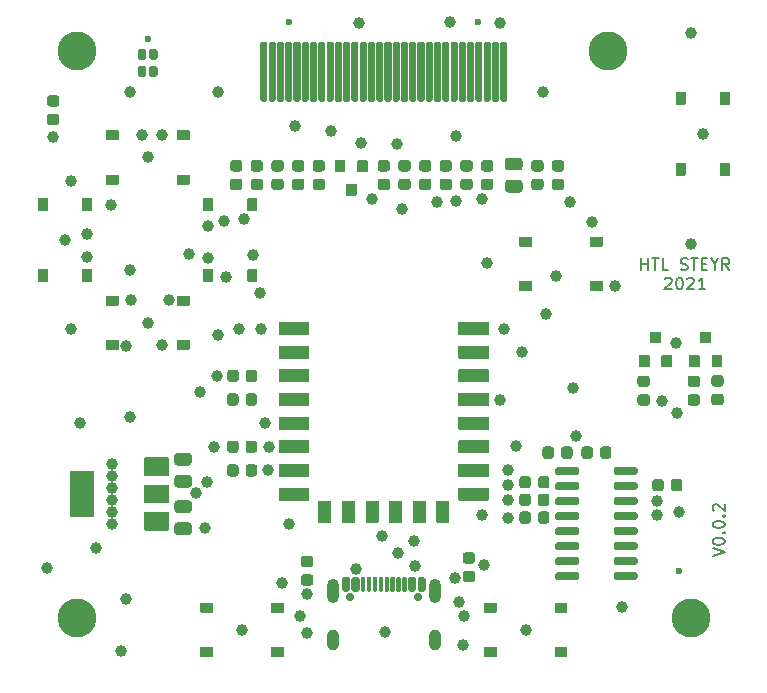
<source format=gbr>
%TF.GenerationSoftware,KiCad,Pcbnew,5.1.9-73d0e3b20d~88~ubuntu20.04.1*%
%TF.CreationDate,2021-04-29T21:08:44+02:00*%
%TF.ProjectId,gamearino,67616d65-6172-4696-9e6f-2e6b69636164,v0.0.1*%
%TF.SameCoordinates,PX5f5e100PY5f5e100*%
%TF.FileFunction,Soldermask,Top*%
%TF.FilePolarity,Negative*%
%FSLAX46Y46*%
G04 Gerber Fmt 4.6, Leading zero omitted, Abs format (unit mm)*
G04 Created by KiCad (PCBNEW 5.1.9-73d0e3b20d~88~ubuntu20.04.1) date 2021-04-29 21:08:44*
%MOMM*%
%LPD*%
G01*
G04 APERTURE LIST*
%ADD10C,0.150000*%
%ADD11C,0.600000*%
%ADD12C,0.700000*%
%ADD13O,1.000000X1.800000*%
%ADD14O,1.000000X2.100000*%
%ADD15C,3.300000*%
%ADD16C,1.000000*%
G04 APERTURE END LIST*
D10*
X51809523Y33472620D02*
X51809523Y34472620D01*
X51809523Y33996429D02*
X52380952Y33996429D01*
X52380952Y33472620D02*
X52380952Y34472620D01*
X52714285Y34472620D02*
X53285714Y34472620D01*
X53000000Y33472620D02*
X53000000Y34472620D01*
X54095238Y33472620D02*
X53619047Y33472620D01*
X53619047Y34472620D01*
X55142857Y33520239D02*
X55285714Y33472620D01*
X55523809Y33472620D01*
X55619047Y33520239D01*
X55666666Y33567858D01*
X55714285Y33663096D01*
X55714285Y33758334D01*
X55666666Y33853572D01*
X55619047Y33901191D01*
X55523809Y33948810D01*
X55333333Y33996429D01*
X55238095Y34044048D01*
X55190476Y34091667D01*
X55142857Y34186905D01*
X55142857Y34282143D01*
X55190476Y34377381D01*
X55238095Y34425000D01*
X55333333Y34472620D01*
X55571428Y34472620D01*
X55714285Y34425000D01*
X56000000Y34472620D02*
X56571428Y34472620D01*
X56285714Y33472620D02*
X56285714Y34472620D01*
X56904761Y33996429D02*
X57238095Y33996429D01*
X57380952Y33472620D02*
X56904761Y33472620D01*
X56904761Y34472620D01*
X57380952Y34472620D01*
X58000000Y33948810D02*
X58000000Y33472620D01*
X57666666Y34472620D02*
X58000000Y33948810D01*
X58333333Y34472620D01*
X59238095Y33472620D02*
X58904761Y33948810D01*
X58666666Y33472620D02*
X58666666Y34472620D01*
X59047619Y34472620D01*
X59142857Y34425000D01*
X59190476Y34377381D01*
X59238095Y34282143D01*
X59238095Y34139286D01*
X59190476Y34044048D01*
X59142857Y33996429D01*
X59047619Y33948810D01*
X58666666Y33948810D01*
X53785714Y32727381D02*
X53833333Y32775000D01*
X53928571Y32822620D01*
X54166666Y32822620D01*
X54261904Y32775000D01*
X54309523Y32727381D01*
X54357142Y32632143D01*
X54357142Y32536905D01*
X54309523Y32394048D01*
X53738095Y31822620D01*
X54357142Y31822620D01*
X54976190Y32822620D02*
X55071428Y32822620D01*
X55166666Y32775000D01*
X55214285Y32727381D01*
X55261904Y32632143D01*
X55309523Y32441667D01*
X55309523Y32203572D01*
X55261904Y32013096D01*
X55214285Y31917858D01*
X55166666Y31870239D01*
X55071428Y31822620D01*
X54976190Y31822620D01*
X54880952Y31870239D01*
X54833333Y31917858D01*
X54785714Y32013096D01*
X54738095Y32203572D01*
X54738095Y32441667D01*
X54785714Y32632143D01*
X54833333Y32727381D01*
X54880952Y32775000D01*
X54976190Y32822620D01*
X55690476Y32727381D02*
X55738095Y32775000D01*
X55833333Y32822620D01*
X56071428Y32822620D01*
X56166666Y32775000D01*
X56214285Y32727381D01*
X56261904Y32632143D01*
X56261904Y32536905D01*
X56214285Y32394048D01*
X55642857Y31822620D01*
X56261904Y31822620D01*
X57214285Y31822620D02*
X56642857Y31822620D01*
X56928571Y31822620D02*
X56928571Y32822620D01*
X56833333Y32679762D01*
X56738095Y32584524D01*
X56642857Y32536905D01*
X57852380Y9261905D02*
X58852380Y9595239D01*
X57852380Y9928572D01*
X57852380Y10452381D02*
X57852380Y10547620D01*
X57900000Y10642858D01*
X57947619Y10690477D01*
X58042857Y10738096D01*
X58233333Y10785715D01*
X58471428Y10785715D01*
X58661904Y10738096D01*
X58757142Y10690477D01*
X58804761Y10642858D01*
X58852380Y10547620D01*
X58852380Y10452381D01*
X58804761Y10357143D01*
X58757142Y10309524D01*
X58661904Y10261905D01*
X58471428Y10214286D01*
X58233333Y10214286D01*
X58042857Y10261905D01*
X57947619Y10309524D01*
X57900000Y10357143D01*
X57852380Y10452381D01*
X58757142Y11214286D02*
X58804761Y11261905D01*
X58852380Y11214286D01*
X58804761Y11166667D01*
X58757142Y11214286D01*
X58852380Y11214286D01*
X57852380Y11880953D02*
X57852380Y11976191D01*
X57900000Y12071429D01*
X57947619Y12119048D01*
X58042857Y12166667D01*
X58233333Y12214286D01*
X58471428Y12214286D01*
X58661904Y12166667D01*
X58757142Y12119048D01*
X58804761Y12071429D01*
X58852380Y11976191D01*
X58852380Y11880953D01*
X58804761Y11785715D01*
X58757142Y11738096D01*
X58661904Y11690477D01*
X58471428Y11642858D01*
X58233333Y11642858D01*
X58042857Y11690477D01*
X57947619Y11738096D01*
X57900000Y11785715D01*
X57852380Y11880953D01*
X58757142Y12642858D02*
X58804761Y12690477D01*
X58852380Y12642858D01*
X58804761Y12595239D01*
X58757142Y12642858D01*
X58852380Y12642858D01*
X57947619Y13071429D02*
X57900000Y13119048D01*
X57852380Y13214286D01*
X57852380Y13452381D01*
X57900000Y13547620D01*
X57947619Y13595239D01*
X58042857Y13642858D01*
X58138095Y13642858D01*
X58280952Y13595239D01*
X58852380Y13023810D01*
X58852380Y13642858D01*
%TO.C,R20*%
G36*
G01*
X2281250Y47300000D02*
X1718750Y47300000D01*
G75*
G02*
X1475000Y47543750I0J243750D01*
G01*
X1475000Y48031250D01*
G75*
G02*
X1718750Y48275000I243750J0D01*
G01*
X2281250Y48275000D01*
G75*
G02*
X2525000Y48031250I0J-243750D01*
G01*
X2525000Y47543750D01*
G75*
G02*
X2281250Y47300000I-243750J0D01*
G01*
G37*
G36*
G01*
X2281250Y45725000D02*
X1718750Y45725000D01*
G75*
G02*
X1475000Y45968750I0J243750D01*
G01*
X1475000Y46456250D01*
G75*
G02*
X1718750Y46700000I243750J0D01*
G01*
X2281250Y46700000D01*
G75*
G02*
X2525000Y46456250I0J-243750D01*
G01*
X2525000Y45968750D01*
G75*
G02*
X2281250Y45725000I-243750J0D01*
G01*
G37*
%TD*%
%TO.C,D2*%
G36*
G01*
X9150000Y51437500D02*
X9150000Y52012500D01*
G75*
G02*
X9337500Y52200000I187500J0D01*
G01*
X9712500Y52200000D01*
G75*
G02*
X9900000Y52012500I0J-187500D01*
G01*
X9900000Y51437500D01*
G75*
G02*
X9712500Y51250000I-187500J0D01*
G01*
X9337500Y51250000D01*
G75*
G02*
X9150000Y51437500I0J187500D01*
G01*
G37*
G36*
G01*
X9150000Y49987500D02*
X9150000Y50562500D01*
G75*
G02*
X9337500Y50750000I187500J0D01*
G01*
X9712500Y50750000D01*
G75*
G02*
X9900000Y50562500I0J-187500D01*
G01*
X9900000Y49987500D01*
G75*
G02*
X9712500Y49800000I-187500J0D01*
G01*
X9337500Y49800000D01*
G75*
G02*
X9150000Y49987500I0J187500D01*
G01*
G37*
G36*
G01*
X10100000Y49987500D02*
X10100000Y50562500D01*
G75*
G02*
X10287500Y50750000I187500J0D01*
G01*
X10662500Y50750000D01*
G75*
G02*
X10850000Y50562500I0J-187500D01*
G01*
X10850000Y49987500D01*
G75*
G02*
X10662500Y49800000I-187500J0D01*
G01*
X10287500Y49800000D01*
G75*
G02*
X10100000Y49987500I0J187500D01*
G01*
G37*
G36*
G01*
X10100000Y51437500D02*
X10100000Y52012500D01*
G75*
G02*
X10287500Y52200000I187500J0D01*
G01*
X10662500Y52200000D01*
G75*
G02*
X10850000Y52012500I0J-187500D01*
G01*
X10850000Y51437500D01*
G75*
G02*
X10662500Y51250000I-187500J0D01*
G01*
X10287500Y51250000D01*
G75*
G02*
X10100000Y51437500I0J187500D01*
G01*
G37*
%TD*%
D11*
%TO.C,FID2*%
X55000000Y8000000D03*
%TD*%
%TO.C,FID1*%
X10000000Y53000000D03*
%TD*%
%TO.C,R10*%
G36*
G01*
X37481250Y8600000D02*
X36918750Y8600000D01*
G75*
G02*
X36675000Y8843750I0J243750D01*
G01*
X36675000Y9331250D01*
G75*
G02*
X36918750Y9575000I243750J0D01*
G01*
X37481250Y9575000D01*
G75*
G02*
X37725000Y9331250I0J-243750D01*
G01*
X37725000Y8843750D01*
G75*
G02*
X37481250Y8600000I-243750J0D01*
G01*
G37*
G36*
G01*
X37481250Y7025000D02*
X36918750Y7025000D01*
G75*
G02*
X36675000Y7268750I0J243750D01*
G01*
X36675000Y7756250D01*
G75*
G02*
X36918750Y8000000I243750J0D01*
G01*
X37481250Y8000000D01*
G75*
G02*
X37725000Y7756250I0J-243750D01*
G01*
X37725000Y7268750D01*
G75*
G02*
X37481250Y7025000I-243750J0D01*
G01*
G37*
%TD*%
%TO.C,R9*%
G36*
G01*
X23218750Y7700000D02*
X23781250Y7700000D01*
G75*
G02*
X24025000Y7456250I0J-243750D01*
G01*
X24025000Y6968750D01*
G75*
G02*
X23781250Y6725000I-243750J0D01*
G01*
X23218750Y6725000D01*
G75*
G02*
X22975000Y6968750I0J243750D01*
G01*
X22975000Y7456250D01*
G75*
G02*
X23218750Y7700000I243750J0D01*
G01*
G37*
G36*
G01*
X23218750Y9275000D02*
X23781250Y9275000D01*
G75*
G02*
X24025000Y9031250I0J-243750D01*
G01*
X24025000Y8543750D01*
G75*
G02*
X23781250Y8300000I-243750J0D01*
G01*
X23218750Y8300000D01*
G75*
G02*
X22975000Y8543750I0J243750D01*
G01*
X22975000Y9031250D01*
G75*
G02*
X23218750Y9275000I243750J0D01*
G01*
G37*
%TD*%
%TO.C,X1*%
G36*
G01*
X32860000Y6400000D02*
X32860000Y7320000D01*
G75*
G02*
X33030000Y7490000I170000J0D01*
G01*
X33370000Y7490000D01*
G75*
G02*
X33540000Y7320000I0J-170000D01*
G01*
X33540000Y6400000D01*
G75*
G02*
X33370000Y6230000I-170000J0D01*
G01*
X33030000Y6230000D01*
G75*
G02*
X32860000Y6400000I0J170000D01*
G01*
G37*
G36*
G01*
X32060000Y6400000D02*
X32060000Y7320000D01*
G75*
G02*
X32230000Y7490000I170000J0D01*
G01*
X32570000Y7490000D01*
G75*
G02*
X32740000Y7320000I0J-170000D01*
G01*
X32740000Y6400000D01*
G75*
G02*
X32570000Y6230000I-170000J0D01*
G01*
X32230000Y6230000D01*
G75*
G02*
X32060000Y6400000I0J170000D01*
G01*
G37*
G36*
G01*
X32860000Y6400000D02*
X32860000Y7320000D01*
G75*
G02*
X33030000Y7490000I170000J0D01*
G01*
X33370000Y7490000D01*
G75*
G02*
X33540000Y7320000I0J-170000D01*
G01*
X33540000Y6400000D01*
G75*
G02*
X33370000Y6230000I-170000J0D01*
G01*
X33030000Y6230000D01*
G75*
G02*
X32860000Y6400000I0J170000D01*
G01*
G37*
G36*
G01*
X32060000Y6400000D02*
X32060000Y7320000D01*
G75*
G02*
X32230000Y7490000I170000J0D01*
G01*
X32570000Y7490000D01*
G75*
G02*
X32740000Y7320000I0J-170000D01*
G01*
X32740000Y6400000D01*
G75*
G02*
X32570000Y6230000I-170000J0D01*
G01*
X32230000Y6230000D01*
G75*
G02*
X32060000Y6400000I0J170000D01*
G01*
G37*
G36*
G01*
X26460000Y6400000D02*
X26460000Y7320000D01*
G75*
G02*
X26630000Y7490000I170000J0D01*
G01*
X26970000Y7490000D01*
G75*
G02*
X27140000Y7320000I0J-170000D01*
G01*
X27140000Y6400000D01*
G75*
G02*
X26970000Y6230000I-170000J0D01*
G01*
X26630000Y6230000D01*
G75*
G02*
X26460000Y6400000I0J170000D01*
G01*
G37*
G36*
G01*
X26460000Y6400000D02*
X26460000Y7320000D01*
G75*
G02*
X26630000Y7490000I170000J0D01*
G01*
X26970000Y7490000D01*
G75*
G02*
X27140000Y7320000I0J-170000D01*
G01*
X27140000Y6400000D01*
G75*
G02*
X26970000Y6230000I-170000J0D01*
G01*
X26630000Y6230000D01*
G75*
G02*
X26460000Y6400000I0J170000D01*
G01*
G37*
G36*
G01*
X27260000Y6400000D02*
X27260000Y7320000D01*
G75*
G02*
X27430000Y7490000I170000J0D01*
G01*
X27770000Y7490000D01*
G75*
G02*
X27940000Y7320000I0J-170000D01*
G01*
X27940000Y6400000D01*
G75*
G02*
X27770000Y6230000I-170000J0D01*
G01*
X27430000Y6230000D01*
G75*
G02*
X27260000Y6400000I0J170000D01*
G01*
G37*
G36*
G01*
X27260000Y6400000D02*
X27260000Y7320000D01*
G75*
G02*
X27430000Y7490000I170000J0D01*
G01*
X27770000Y7490000D01*
G75*
G02*
X27940000Y7320000I0J-170000D01*
G01*
X27940000Y6400000D01*
G75*
G02*
X27770000Y6230000I-170000J0D01*
G01*
X27430000Y6230000D01*
G75*
G02*
X27260000Y6400000I0J170000D01*
G01*
G37*
D12*
X27110000Y5800000D03*
X32890000Y5800000D03*
G36*
G01*
X31940000Y7395000D02*
X31940000Y6325000D01*
G75*
G02*
X31845000Y6230000I-95000J0D01*
G01*
X31655000Y6230000D01*
G75*
G02*
X31560000Y6325000I0J95000D01*
G01*
X31560000Y7395000D01*
G75*
G02*
X31655000Y7490000I95000J0D01*
G01*
X31845000Y7490000D01*
G75*
G02*
X31940000Y7395000I0J-95000D01*
G01*
G37*
G36*
G01*
X30940000Y7395000D02*
X30940000Y6325000D01*
G75*
G02*
X30845000Y6230000I-95000J0D01*
G01*
X30655000Y6230000D01*
G75*
G02*
X30560000Y6325000I0J95000D01*
G01*
X30560000Y7395000D01*
G75*
G02*
X30655000Y7490000I95000J0D01*
G01*
X30845000Y7490000D01*
G75*
G02*
X30940000Y7395000I0J-95000D01*
G01*
G37*
G36*
G01*
X31440000Y7395000D02*
X31440000Y6325000D01*
G75*
G02*
X31345000Y6230000I-95000J0D01*
G01*
X31155000Y6230000D01*
G75*
G02*
X31060000Y6325000I0J95000D01*
G01*
X31060000Y7395000D01*
G75*
G02*
X31155000Y7490000I95000J0D01*
G01*
X31345000Y7490000D01*
G75*
G02*
X31440000Y7395000I0J-95000D01*
G01*
G37*
G36*
G01*
X28940000Y7395000D02*
X28940000Y6325000D01*
G75*
G02*
X28845000Y6230000I-95000J0D01*
G01*
X28655000Y6230000D01*
G75*
G02*
X28560000Y6325000I0J95000D01*
G01*
X28560000Y7395000D01*
G75*
G02*
X28655000Y7490000I95000J0D01*
G01*
X28845000Y7490000D01*
G75*
G02*
X28940000Y7395000I0J-95000D01*
G01*
G37*
G36*
G01*
X28440000Y7395000D02*
X28440000Y6325000D01*
G75*
G02*
X28345000Y6230000I-95000J0D01*
G01*
X28155000Y6230000D01*
G75*
G02*
X28060000Y6325000I0J95000D01*
G01*
X28060000Y7395000D01*
G75*
G02*
X28155000Y7490000I95000J0D01*
G01*
X28345000Y7490000D01*
G75*
G02*
X28440000Y7395000I0J-95000D01*
G01*
G37*
G36*
G01*
X30440000Y7395000D02*
X30440000Y6325000D01*
G75*
G02*
X30345000Y6230000I-95000J0D01*
G01*
X30155000Y6230000D01*
G75*
G02*
X30060000Y6325000I0J95000D01*
G01*
X30060000Y7395000D01*
G75*
G02*
X30155000Y7490000I95000J0D01*
G01*
X30345000Y7490000D01*
G75*
G02*
X30440000Y7395000I0J-95000D01*
G01*
G37*
G36*
G01*
X29940000Y7395000D02*
X29940000Y6325000D01*
G75*
G02*
X29845000Y6230000I-95000J0D01*
G01*
X29655000Y6230000D01*
G75*
G02*
X29560000Y6325000I0J95000D01*
G01*
X29560000Y7395000D01*
G75*
G02*
X29655000Y7490000I95000J0D01*
G01*
X29845000Y7490000D01*
G75*
G02*
X29940000Y7395000I0J-95000D01*
G01*
G37*
G36*
G01*
X29440000Y7395000D02*
X29440000Y6325000D01*
G75*
G02*
X29345000Y6230000I-95000J0D01*
G01*
X29155000Y6230000D01*
G75*
G02*
X29060000Y6325000I0J95000D01*
G01*
X29060000Y7395000D01*
G75*
G02*
X29155000Y7490000I95000J0D01*
G01*
X29345000Y7490000D01*
G75*
G02*
X29440000Y7395000I0J-95000D01*
G01*
G37*
D13*
X34320000Y2110000D03*
X25680000Y2110000D03*
D14*
X34320000Y6280000D03*
X25680000Y6280000D03*
%TD*%
%TO.C,C12*%
G36*
G01*
X44468750Y41200000D02*
X45031250Y41200000D01*
G75*
G02*
X45275000Y40956250I0J-243750D01*
G01*
X45275000Y40468750D01*
G75*
G02*
X45031250Y40225000I-243750J0D01*
G01*
X44468750Y40225000D01*
G75*
G02*
X44225000Y40468750I0J243750D01*
G01*
X44225000Y40956250D01*
G75*
G02*
X44468750Y41200000I243750J0D01*
G01*
G37*
G36*
G01*
X44468750Y42775000D02*
X45031250Y42775000D01*
G75*
G02*
X45275000Y42531250I0J-243750D01*
G01*
X45275000Y42043750D01*
G75*
G02*
X45031250Y41800000I-243750J0D01*
G01*
X44468750Y41800000D01*
G75*
G02*
X44225000Y42043750I0J243750D01*
G01*
X44225000Y42531250D01*
G75*
G02*
X44468750Y42775000I243750J0D01*
G01*
G37*
%TD*%
%TO.C,C11*%
G36*
G01*
X42718750Y41200000D02*
X43281250Y41200000D01*
G75*
G02*
X43525000Y40956250I0J-243750D01*
G01*
X43525000Y40468750D01*
G75*
G02*
X43281250Y40225000I-243750J0D01*
G01*
X42718750Y40225000D01*
G75*
G02*
X42475000Y40468750I0J243750D01*
G01*
X42475000Y40956250D01*
G75*
G02*
X42718750Y41200000I243750J0D01*
G01*
G37*
G36*
G01*
X42718750Y42775000D02*
X43281250Y42775000D01*
G75*
G02*
X43525000Y42531250I0J-243750D01*
G01*
X43525000Y42043750D01*
G75*
G02*
X43281250Y41800000I-243750J0D01*
G01*
X42718750Y41800000D01*
G75*
G02*
X42475000Y42043750I0J243750D01*
G01*
X42475000Y42531250D01*
G75*
G02*
X42718750Y42775000I243750J0D01*
G01*
G37*
%TD*%
%TO.C,C10*%
G36*
G01*
X40518750Y41100000D02*
X41481250Y41100000D01*
G75*
G02*
X41750000Y40831250I0J-268750D01*
G01*
X41750000Y40293750D01*
G75*
G02*
X41481250Y40025000I-268750J0D01*
G01*
X40518750Y40025000D01*
G75*
G02*
X40250000Y40293750I0J268750D01*
G01*
X40250000Y40831250D01*
G75*
G02*
X40518750Y41100000I268750J0D01*
G01*
G37*
G36*
G01*
X40518750Y42975000D02*
X41481250Y42975000D01*
G75*
G02*
X41750000Y42706250I0J-268750D01*
G01*
X41750000Y42168750D01*
G75*
G02*
X41481250Y41900000I-268750J0D01*
G01*
X40518750Y41900000D01*
G75*
G02*
X40250000Y42168750I0J268750D01*
G01*
X40250000Y42706250D01*
G75*
G02*
X40518750Y42975000I268750J0D01*
G01*
G37*
%TD*%
%TO.C,R8*%
G36*
G01*
X58531250Y23587500D02*
X57968750Y23587500D01*
G75*
G02*
X57725000Y23831250I0J243750D01*
G01*
X57725000Y24318750D01*
G75*
G02*
X57968750Y24562500I243750J0D01*
G01*
X58531250Y24562500D01*
G75*
G02*
X58775000Y24318750I0J-243750D01*
G01*
X58775000Y23831250D01*
G75*
G02*
X58531250Y23587500I-243750J0D01*
G01*
G37*
G36*
G01*
X58531250Y22012500D02*
X57968750Y22012500D01*
G75*
G02*
X57725000Y22256250I0J243750D01*
G01*
X57725000Y22743750D01*
G75*
G02*
X57968750Y22987500I243750J0D01*
G01*
X58531250Y22987500D01*
G75*
G02*
X58775000Y22743750I0J-243750D01*
G01*
X58775000Y22256250D01*
G75*
G02*
X58531250Y22012500I-243750J0D01*
G01*
G37*
%TD*%
%TO.C,R6*%
G36*
G01*
X51718750Y22950000D02*
X52281250Y22950000D01*
G75*
G02*
X52525000Y22706250I0J-243750D01*
G01*
X52525000Y22218750D01*
G75*
G02*
X52281250Y21975000I-243750J0D01*
G01*
X51718750Y21975000D01*
G75*
G02*
X51475000Y22218750I0J243750D01*
G01*
X51475000Y22706250D01*
G75*
G02*
X51718750Y22950000I243750J0D01*
G01*
G37*
G36*
G01*
X51718750Y24525000D02*
X52281250Y24525000D01*
G75*
G02*
X52525000Y24281250I0J-243750D01*
G01*
X52525000Y23793750D01*
G75*
G02*
X52281250Y23550000I-243750J0D01*
G01*
X51718750Y23550000D01*
G75*
G02*
X51475000Y23793750I0J243750D01*
G01*
X51475000Y24281250D01*
G75*
G02*
X51718750Y24525000I243750J0D01*
G01*
G37*
%TD*%
%TO.C,R7*%
G36*
G01*
X55968750Y22950000D02*
X56531250Y22950000D01*
G75*
G02*
X56775000Y22706250I0J-243750D01*
G01*
X56775000Y22218750D01*
G75*
G02*
X56531250Y21975000I-243750J0D01*
G01*
X55968750Y21975000D01*
G75*
G02*
X55725000Y22218750I0J243750D01*
G01*
X55725000Y22706250D01*
G75*
G02*
X55968750Y22950000I243750J0D01*
G01*
G37*
G36*
G01*
X55968750Y24525000D02*
X56531250Y24525000D01*
G75*
G02*
X56775000Y24281250I0J-243750D01*
G01*
X56775000Y23793750D01*
G75*
G02*
X56531250Y23550000I-243750J0D01*
G01*
X55968750Y23550000D01*
G75*
G02*
X55725000Y23793750I0J243750D01*
G01*
X55725000Y24281250D01*
G75*
G02*
X55968750Y24525000I243750J0D01*
G01*
G37*
%TD*%
%TO.C,Q1*%
G36*
G01*
X53400000Y27250000D02*
X52600000Y27250000D01*
G75*
G02*
X52550000Y27300000I0J50000D01*
G01*
X52550000Y28200000D01*
G75*
G02*
X52600000Y28250000I50000J0D01*
G01*
X53400000Y28250000D01*
G75*
G02*
X53450000Y28200000I0J-50000D01*
G01*
X53450000Y27300000D01*
G75*
G02*
X53400000Y27250000I-50000J0D01*
G01*
G37*
G36*
G01*
X54350000Y25250000D02*
X53550000Y25250000D01*
G75*
G02*
X53500000Y25300000I0J50000D01*
G01*
X53500000Y26200000D01*
G75*
G02*
X53550000Y26250000I50000J0D01*
G01*
X54350000Y26250000D01*
G75*
G02*
X54400000Y26200000I0J-50000D01*
G01*
X54400000Y25300000D01*
G75*
G02*
X54350000Y25250000I-50000J0D01*
G01*
G37*
G36*
G01*
X52450000Y25250000D02*
X51650000Y25250000D01*
G75*
G02*
X51600000Y25300000I0J50000D01*
G01*
X51600000Y26200000D01*
G75*
G02*
X51650000Y26250000I50000J0D01*
G01*
X52450000Y26250000D01*
G75*
G02*
X52500000Y26200000I0J-50000D01*
G01*
X52500000Y25300000D01*
G75*
G02*
X52450000Y25250000I-50000J0D01*
G01*
G37*
%TD*%
%TO.C,Q2*%
G36*
G01*
X57650000Y27250000D02*
X56850000Y27250000D01*
G75*
G02*
X56800000Y27300000I0J50000D01*
G01*
X56800000Y28200000D01*
G75*
G02*
X56850000Y28250000I50000J0D01*
G01*
X57650000Y28250000D01*
G75*
G02*
X57700000Y28200000I0J-50000D01*
G01*
X57700000Y27300000D01*
G75*
G02*
X57650000Y27250000I-50000J0D01*
G01*
G37*
G36*
G01*
X58600000Y25250000D02*
X57800000Y25250000D01*
G75*
G02*
X57750000Y25300000I0J50000D01*
G01*
X57750000Y26200000D01*
G75*
G02*
X57800000Y26250000I50000J0D01*
G01*
X58600000Y26250000D01*
G75*
G02*
X58650000Y26200000I0J-50000D01*
G01*
X58650000Y25300000D01*
G75*
G02*
X58600000Y25250000I-50000J0D01*
G01*
G37*
G36*
G01*
X56700000Y25250000D02*
X55900000Y25250000D01*
G75*
G02*
X55850000Y25300000I0J50000D01*
G01*
X55850000Y26200000D01*
G75*
G02*
X55900000Y26250000I50000J0D01*
G01*
X56700000Y26250000D01*
G75*
G02*
X56750000Y26200000I0J-50000D01*
G01*
X56750000Y25300000D01*
G75*
G02*
X56700000Y25250000I-50000J0D01*
G01*
G37*
%TD*%
D11*
%TO.C,U4*%
X37950000Y54500000D03*
X21950000Y54500000D03*
G36*
G01*
X39850000Y47850000D02*
X39850000Y52650000D01*
G75*
G02*
X40000000Y52800000I150000J0D01*
G01*
X40300000Y52800000D01*
G75*
G02*
X40450000Y52650000I0J-150000D01*
G01*
X40450000Y47850000D01*
G75*
G02*
X40300000Y47700000I-150000J0D01*
G01*
X40000000Y47700000D01*
G75*
G02*
X39850000Y47850000I0J150000D01*
G01*
G37*
G36*
G01*
X39150000Y47850000D02*
X39150000Y52650000D01*
G75*
G02*
X39300000Y52800000I150000J0D01*
G01*
X39600000Y52800000D01*
G75*
G02*
X39750000Y52650000I0J-150000D01*
G01*
X39750000Y47850000D01*
G75*
G02*
X39600000Y47700000I-150000J0D01*
G01*
X39300000Y47700000D01*
G75*
G02*
X39150000Y47850000I0J150000D01*
G01*
G37*
G36*
G01*
X38450000Y47850000D02*
X38450000Y52650000D01*
G75*
G02*
X38600000Y52800000I150000J0D01*
G01*
X38900000Y52800000D01*
G75*
G02*
X39050000Y52650000I0J-150000D01*
G01*
X39050000Y47850000D01*
G75*
G02*
X38900000Y47700000I-150000J0D01*
G01*
X38600000Y47700000D01*
G75*
G02*
X38450000Y47850000I0J150000D01*
G01*
G37*
G36*
G01*
X37750000Y47850000D02*
X37750000Y52650000D01*
G75*
G02*
X37900000Y52800000I150000J0D01*
G01*
X38200000Y52800000D01*
G75*
G02*
X38350000Y52650000I0J-150000D01*
G01*
X38350000Y47850000D01*
G75*
G02*
X38200000Y47700000I-150000J0D01*
G01*
X37900000Y47700000D01*
G75*
G02*
X37750000Y47850000I0J150000D01*
G01*
G37*
G36*
G01*
X37050000Y47850000D02*
X37050000Y52650000D01*
G75*
G02*
X37200000Y52800000I150000J0D01*
G01*
X37500000Y52800000D01*
G75*
G02*
X37650000Y52650000I0J-150000D01*
G01*
X37650000Y47850000D01*
G75*
G02*
X37500000Y47700000I-150000J0D01*
G01*
X37200000Y47700000D01*
G75*
G02*
X37050000Y47850000I0J150000D01*
G01*
G37*
G36*
G01*
X36350000Y47850000D02*
X36350000Y52650000D01*
G75*
G02*
X36500000Y52800000I150000J0D01*
G01*
X36800000Y52800000D01*
G75*
G02*
X36950000Y52650000I0J-150000D01*
G01*
X36950000Y47850000D01*
G75*
G02*
X36800000Y47700000I-150000J0D01*
G01*
X36500000Y47700000D01*
G75*
G02*
X36350000Y47850000I0J150000D01*
G01*
G37*
G36*
G01*
X35650000Y47850000D02*
X35650000Y52650000D01*
G75*
G02*
X35800000Y52800000I150000J0D01*
G01*
X36100000Y52800000D01*
G75*
G02*
X36250000Y52650000I0J-150000D01*
G01*
X36250000Y47850000D01*
G75*
G02*
X36100000Y47700000I-150000J0D01*
G01*
X35800000Y47700000D01*
G75*
G02*
X35650000Y47850000I0J150000D01*
G01*
G37*
G36*
G01*
X34950000Y47850000D02*
X34950000Y52650000D01*
G75*
G02*
X35100000Y52800000I150000J0D01*
G01*
X35400000Y52800000D01*
G75*
G02*
X35550000Y52650000I0J-150000D01*
G01*
X35550000Y47850000D01*
G75*
G02*
X35400000Y47700000I-150000J0D01*
G01*
X35100000Y47700000D01*
G75*
G02*
X34950000Y47850000I0J150000D01*
G01*
G37*
G36*
G01*
X34250000Y47850000D02*
X34250000Y52650000D01*
G75*
G02*
X34400000Y52800000I150000J0D01*
G01*
X34700000Y52800000D01*
G75*
G02*
X34850000Y52650000I0J-150000D01*
G01*
X34850000Y47850000D01*
G75*
G02*
X34700000Y47700000I-150000J0D01*
G01*
X34400000Y47700000D01*
G75*
G02*
X34250000Y47850000I0J150000D01*
G01*
G37*
G36*
G01*
X33550000Y47850000D02*
X33550000Y52650000D01*
G75*
G02*
X33700000Y52800000I150000J0D01*
G01*
X34000000Y52800000D01*
G75*
G02*
X34150000Y52650000I0J-150000D01*
G01*
X34150000Y47850000D01*
G75*
G02*
X34000000Y47700000I-150000J0D01*
G01*
X33700000Y47700000D01*
G75*
G02*
X33550000Y47850000I0J150000D01*
G01*
G37*
G36*
G01*
X32850000Y47850000D02*
X32850000Y52650000D01*
G75*
G02*
X33000000Y52800000I150000J0D01*
G01*
X33300000Y52800000D01*
G75*
G02*
X33450000Y52650000I0J-150000D01*
G01*
X33450000Y47850000D01*
G75*
G02*
X33300000Y47700000I-150000J0D01*
G01*
X33000000Y47700000D01*
G75*
G02*
X32850000Y47850000I0J150000D01*
G01*
G37*
G36*
G01*
X32150000Y47850000D02*
X32150000Y52650000D01*
G75*
G02*
X32300000Y52800000I150000J0D01*
G01*
X32600000Y52800000D01*
G75*
G02*
X32750000Y52650000I0J-150000D01*
G01*
X32750000Y47850000D01*
G75*
G02*
X32600000Y47700000I-150000J0D01*
G01*
X32300000Y47700000D01*
G75*
G02*
X32150000Y47850000I0J150000D01*
G01*
G37*
G36*
G01*
X31450000Y47850000D02*
X31450000Y52650000D01*
G75*
G02*
X31600000Y52800000I150000J0D01*
G01*
X31900000Y52800000D01*
G75*
G02*
X32050000Y52650000I0J-150000D01*
G01*
X32050000Y47850000D01*
G75*
G02*
X31900000Y47700000I-150000J0D01*
G01*
X31600000Y47700000D01*
G75*
G02*
X31450000Y47850000I0J150000D01*
G01*
G37*
G36*
G01*
X30750000Y47850000D02*
X30750000Y52650000D01*
G75*
G02*
X30900000Y52800000I150000J0D01*
G01*
X31200000Y52800000D01*
G75*
G02*
X31350000Y52650000I0J-150000D01*
G01*
X31350000Y47850000D01*
G75*
G02*
X31200000Y47700000I-150000J0D01*
G01*
X30900000Y47700000D01*
G75*
G02*
X30750000Y47850000I0J150000D01*
G01*
G37*
G36*
G01*
X30050000Y47850000D02*
X30050000Y52650000D01*
G75*
G02*
X30200000Y52800000I150000J0D01*
G01*
X30500000Y52800000D01*
G75*
G02*
X30650000Y52650000I0J-150000D01*
G01*
X30650000Y47850000D01*
G75*
G02*
X30500000Y47700000I-150000J0D01*
G01*
X30200000Y47700000D01*
G75*
G02*
X30050000Y47850000I0J150000D01*
G01*
G37*
G36*
G01*
X29350000Y47850000D02*
X29350000Y52650000D01*
G75*
G02*
X29500000Y52800000I150000J0D01*
G01*
X29800000Y52800000D01*
G75*
G02*
X29950000Y52650000I0J-150000D01*
G01*
X29950000Y47850000D01*
G75*
G02*
X29800000Y47700000I-150000J0D01*
G01*
X29500000Y47700000D01*
G75*
G02*
X29350000Y47850000I0J150000D01*
G01*
G37*
G36*
G01*
X28650000Y47850000D02*
X28650000Y52650000D01*
G75*
G02*
X28800000Y52800000I150000J0D01*
G01*
X29100000Y52800000D01*
G75*
G02*
X29250000Y52650000I0J-150000D01*
G01*
X29250000Y47850000D01*
G75*
G02*
X29100000Y47700000I-150000J0D01*
G01*
X28800000Y47700000D01*
G75*
G02*
X28650000Y47850000I0J150000D01*
G01*
G37*
G36*
G01*
X27950000Y47850000D02*
X27950000Y52650000D01*
G75*
G02*
X28100000Y52800000I150000J0D01*
G01*
X28400000Y52800000D01*
G75*
G02*
X28550000Y52650000I0J-150000D01*
G01*
X28550000Y47850000D01*
G75*
G02*
X28400000Y47700000I-150000J0D01*
G01*
X28100000Y47700000D01*
G75*
G02*
X27950000Y47850000I0J150000D01*
G01*
G37*
G36*
G01*
X27250000Y47850000D02*
X27250000Y52650000D01*
G75*
G02*
X27400000Y52800000I150000J0D01*
G01*
X27700000Y52800000D01*
G75*
G02*
X27850000Y52650000I0J-150000D01*
G01*
X27850000Y47850000D01*
G75*
G02*
X27700000Y47700000I-150000J0D01*
G01*
X27400000Y47700000D01*
G75*
G02*
X27250000Y47850000I0J150000D01*
G01*
G37*
G36*
G01*
X26550000Y47850000D02*
X26550000Y52650000D01*
G75*
G02*
X26700000Y52800000I150000J0D01*
G01*
X27000000Y52800000D01*
G75*
G02*
X27150000Y52650000I0J-150000D01*
G01*
X27150000Y47850000D01*
G75*
G02*
X27000000Y47700000I-150000J0D01*
G01*
X26700000Y47700000D01*
G75*
G02*
X26550000Y47850000I0J150000D01*
G01*
G37*
G36*
G01*
X25850000Y47850000D02*
X25850000Y52650000D01*
G75*
G02*
X26000000Y52800000I150000J0D01*
G01*
X26300000Y52800000D01*
G75*
G02*
X26450000Y52650000I0J-150000D01*
G01*
X26450000Y47850000D01*
G75*
G02*
X26300000Y47700000I-150000J0D01*
G01*
X26000000Y47700000D01*
G75*
G02*
X25850000Y47850000I0J150000D01*
G01*
G37*
G36*
G01*
X25150000Y47850000D02*
X25150000Y52650000D01*
G75*
G02*
X25300000Y52800000I150000J0D01*
G01*
X25600000Y52800000D01*
G75*
G02*
X25750000Y52650000I0J-150000D01*
G01*
X25750000Y47850000D01*
G75*
G02*
X25600000Y47700000I-150000J0D01*
G01*
X25300000Y47700000D01*
G75*
G02*
X25150000Y47850000I0J150000D01*
G01*
G37*
G36*
G01*
X24450000Y47850000D02*
X24450000Y52650000D01*
G75*
G02*
X24600000Y52800000I150000J0D01*
G01*
X24900000Y52800000D01*
G75*
G02*
X25050000Y52650000I0J-150000D01*
G01*
X25050000Y47850000D01*
G75*
G02*
X24900000Y47700000I-150000J0D01*
G01*
X24600000Y47700000D01*
G75*
G02*
X24450000Y47850000I0J150000D01*
G01*
G37*
G36*
G01*
X23750000Y47850000D02*
X23750000Y52650000D01*
G75*
G02*
X23900000Y52800000I150000J0D01*
G01*
X24200000Y52800000D01*
G75*
G02*
X24350000Y52650000I0J-150000D01*
G01*
X24350000Y47850000D01*
G75*
G02*
X24200000Y47700000I-150000J0D01*
G01*
X23900000Y47700000D01*
G75*
G02*
X23750000Y47850000I0J150000D01*
G01*
G37*
G36*
G01*
X23050000Y47850000D02*
X23050000Y52650000D01*
G75*
G02*
X23200000Y52800000I150000J0D01*
G01*
X23500000Y52800000D01*
G75*
G02*
X23650000Y52650000I0J-150000D01*
G01*
X23650000Y47850000D01*
G75*
G02*
X23500000Y47700000I-150000J0D01*
G01*
X23200000Y47700000D01*
G75*
G02*
X23050000Y47850000I0J150000D01*
G01*
G37*
G36*
G01*
X22350000Y47850000D02*
X22350000Y52650000D01*
G75*
G02*
X22500000Y52800000I150000J0D01*
G01*
X22800000Y52800000D01*
G75*
G02*
X22950000Y52650000I0J-150000D01*
G01*
X22950000Y47850000D01*
G75*
G02*
X22800000Y47700000I-150000J0D01*
G01*
X22500000Y47700000D01*
G75*
G02*
X22350000Y47850000I0J150000D01*
G01*
G37*
G36*
G01*
X21650000Y47850000D02*
X21650000Y52650000D01*
G75*
G02*
X21800000Y52800000I150000J0D01*
G01*
X22100000Y52800000D01*
G75*
G02*
X22250000Y52650000I0J-150000D01*
G01*
X22250000Y47850000D01*
G75*
G02*
X22100000Y47700000I-150000J0D01*
G01*
X21800000Y47700000D01*
G75*
G02*
X21650000Y47850000I0J150000D01*
G01*
G37*
G36*
G01*
X20250000Y47850000D02*
X20250000Y52650000D01*
G75*
G02*
X20400000Y52800000I150000J0D01*
G01*
X20700000Y52800000D01*
G75*
G02*
X20850000Y52650000I0J-150000D01*
G01*
X20850000Y47850000D01*
G75*
G02*
X20700000Y47700000I-150000J0D01*
G01*
X20400000Y47700000D01*
G75*
G02*
X20250000Y47850000I0J150000D01*
G01*
G37*
G36*
G01*
X20950000Y47850000D02*
X20950000Y52650000D01*
G75*
G02*
X21100000Y52800000I150000J0D01*
G01*
X21400000Y52800000D01*
G75*
G02*
X21550000Y52650000I0J-150000D01*
G01*
X21550000Y47850000D01*
G75*
G02*
X21400000Y47700000I-150000J0D01*
G01*
X21100000Y47700000D01*
G75*
G02*
X20950000Y47850000I0J150000D01*
G01*
G37*
G36*
G01*
X19550000Y47850000D02*
X19550000Y52650000D01*
G75*
G02*
X19700000Y52800000I150000J0D01*
G01*
X20000000Y52800000D01*
G75*
G02*
X20150000Y52650000I0J-150000D01*
G01*
X20150000Y47850000D01*
G75*
G02*
X20000000Y47700000I-150000J0D01*
G01*
X19700000Y47700000D01*
G75*
G02*
X19550000Y47850000I0J150000D01*
G01*
G37*
%TD*%
D15*
%TO.C,H4*%
X4000000Y4000000D03*
%TD*%
%TO.C,H3*%
X56000000Y4000000D03*
%TD*%
%TO.C,H2*%
X4000000Y52000000D03*
%TD*%
%TO.C,H1*%
X49000000Y52000000D03*
%TD*%
%TO.C,C3*%
G36*
G01*
X12518750Y16100000D02*
X13481250Y16100000D01*
G75*
G02*
X13750000Y15831250I0J-268750D01*
G01*
X13750000Y15293750D01*
G75*
G02*
X13481250Y15025000I-268750J0D01*
G01*
X12518750Y15025000D01*
G75*
G02*
X12250000Y15293750I0J268750D01*
G01*
X12250000Y15831250D01*
G75*
G02*
X12518750Y16100000I268750J0D01*
G01*
G37*
G36*
G01*
X12518750Y17975000D02*
X13481250Y17975000D01*
G75*
G02*
X13750000Y17706250I0J-268750D01*
G01*
X13750000Y17168750D01*
G75*
G02*
X13481250Y16900000I-268750J0D01*
G01*
X12518750Y16900000D01*
G75*
G02*
X12250000Y17168750I0J268750D01*
G01*
X12250000Y17706250D01*
G75*
G02*
X12518750Y17975000I268750J0D01*
G01*
G37*
%TD*%
%TO.C,SW8*%
G36*
G01*
X55500000Y47450000D02*
X54750000Y47450000D01*
G75*
G02*
X54700000Y47500000I0J50000D01*
G01*
X54700000Y48500000D01*
G75*
G02*
X54750000Y48550000I50000J0D01*
G01*
X55500000Y48550000D01*
G75*
G02*
X55550000Y48500000I0J-50000D01*
G01*
X55550000Y47500000D01*
G75*
G02*
X55500000Y47450000I-50000J0D01*
G01*
G37*
G36*
G01*
X59250000Y41450000D02*
X58500000Y41450000D01*
G75*
G02*
X58450000Y41500000I0J50000D01*
G01*
X58450000Y42500000D01*
G75*
G02*
X58500000Y42550000I50000J0D01*
G01*
X59250000Y42550000D01*
G75*
G02*
X59300000Y42500000I0J-50000D01*
G01*
X59300000Y41500000D01*
G75*
G02*
X59250000Y41450000I-50000J0D01*
G01*
G37*
G36*
G01*
X59250000Y47450000D02*
X58500000Y47450000D01*
G75*
G02*
X58450000Y47500000I0J50000D01*
G01*
X58450000Y48500000D01*
G75*
G02*
X58500000Y48550000I50000J0D01*
G01*
X59250000Y48550000D01*
G75*
G02*
X59300000Y48500000I0J-50000D01*
G01*
X59300000Y47500000D01*
G75*
G02*
X59250000Y47450000I-50000J0D01*
G01*
G37*
G36*
G01*
X55500000Y41450000D02*
X54750000Y41450000D01*
G75*
G02*
X54700000Y41500000I0J50000D01*
G01*
X54700000Y42500000D01*
G75*
G02*
X54750000Y42550000I50000J0D01*
G01*
X55500000Y42550000D01*
G75*
G02*
X55550000Y42500000I0J-50000D01*
G01*
X55550000Y41500000D01*
G75*
G02*
X55500000Y41450000I-50000J0D01*
G01*
G37*
%TD*%
%TO.C,SW7*%
G36*
G01*
X47450000Y35500000D02*
X47450000Y36250000D01*
G75*
G02*
X47500000Y36300000I50000J0D01*
G01*
X48500000Y36300000D01*
G75*
G02*
X48550000Y36250000I0J-50000D01*
G01*
X48550000Y35500000D01*
G75*
G02*
X48500000Y35450000I-50000J0D01*
G01*
X47500000Y35450000D01*
G75*
G02*
X47450000Y35500000I0J50000D01*
G01*
G37*
G36*
G01*
X41450000Y31750000D02*
X41450000Y32500000D01*
G75*
G02*
X41500000Y32550000I50000J0D01*
G01*
X42500000Y32550000D01*
G75*
G02*
X42550000Y32500000I0J-50000D01*
G01*
X42550000Y31750000D01*
G75*
G02*
X42500000Y31700000I-50000J0D01*
G01*
X41500000Y31700000D01*
G75*
G02*
X41450000Y31750000I0J50000D01*
G01*
G37*
G36*
G01*
X47450000Y31750000D02*
X47450000Y32500000D01*
G75*
G02*
X47500000Y32550000I50000J0D01*
G01*
X48500000Y32550000D01*
G75*
G02*
X48550000Y32500000I0J-50000D01*
G01*
X48550000Y31750000D01*
G75*
G02*
X48500000Y31700000I-50000J0D01*
G01*
X47500000Y31700000D01*
G75*
G02*
X47450000Y31750000I0J50000D01*
G01*
G37*
G36*
G01*
X41450000Y35500000D02*
X41450000Y36250000D01*
G75*
G02*
X41500000Y36300000I50000J0D01*
G01*
X42500000Y36300000D01*
G75*
G02*
X42550000Y36250000I0J-50000D01*
G01*
X42550000Y35500000D01*
G75*
G02*
X42500000Y35450000I-50000J0D01*
G01*
X41500000Y35450000D01*
G75*
G02*
X41450000Y35500000I0J50000D01*
G01*
G37*
%TD*%
%TO.C,SW6*%
G36*
G01*
X44450000Y4500000D02*
X44450000Y5250000D01*
G75*
G02*
X44500000Y5300000I50000J0D01*
G01*
X45500000Y5300000D01*
G75*
G02*
X45550000Y5250000I0J-50000D01*
G01*
X45550000Y4500000D01*
G75*
G02*
X45500000Y4450000I-50000J0D01*
G01*
X44500000Y4450000D01*
G75*
G02*
X44450000Y4500000I0J50000D01*
G01*
G37*
G36*
G01*
X38450000Y750000D02*
X38450000Y1500000D01*
G75*
G02*
X38500000Y1550000I50000J0D01*
G01*
X39500000Y1550000D01*
G75*
G02*
X39550000Y1500000I0J-50000D01*
G01*
X39550000Y750000D01*
G75*
G02*
X39500000Y700000I-50000J0D01*
G01*
X38500000Y700000D01*
G75*
G02*
X38450000Y750000I0J50000D01*
G01*
G37*
G36*
G01*
X44450000Y750000D02*
X44450000Y1500000D01*
G75*
G02*
X44500000Y1550000I50000J0D01*
G01*
X45500000Y1550000D01*
G75*
G02*
X45550000Y1500000I0J-50000D01*
G01*
X45550000Y750000D01*
G75*
G02*
X45500000Y700000I-50000J0D01*
G01*
X44500000Y700000D01*
G75*
G02*
X44450000Y750000I0J50000D01*
G01*
G37*
G36*
G01*
X38450000Y4500000D02*
X38450000Y5250000D01*
G75*
G02*
X38500000Y5300000I50000J0D01*
G01*
X39500000Y5300000D01*
G75*
G02*
X39550000Y5250000I0J-50000D01*
G01*
X39550000Y4500000D01*
G75*
G02*
X39500000Y4450000I-50000J0D01*
G01*
X38500000Y4450000D01*
G75*
G02*
X38450000Y4500000I0J50000D01*
G01*
G37*
%TD*%
%TO.C,SW5*%
G36*
G01*
X20450000Y4500000D02*
X20450000Y5250000D01*
G75*
G02*
X20500000Y5300000I50000J0D01*
G01*
X21500000Y5300000D01*
G75*
G02*
X21550000Y5250000I0J-50000D01*
G01*
X21550000Y4500000D01*
G75*
G02*
X21500000Y4450000I-50000J0D01*
G01*
X20500000Y4450000D01*
G75*
G02*
X20450000Y4500000I0J50000D01*
G01*
G37*
G36*
G01*
X14450000Y750000D02*
X14450000Y1500000D01*
G75*
G02*
X14500000Y1550000I50000J0D01*
G01*
X15500000Y1550000D01*
G75*
G02*
X15550000Y1500000I0J-50000D01*
G01*
X15550000Y750000D01*
G75*
G02*
X15500000Y700000I-50000J0D01*
G01*
X14500000Y700000D01*
G75*
G02*
X14450000Y750000I0J50000D01*
G01*
G37*
G36*
G01*
X20450000Y750000D02*
X20450000Y1500000D01*
G75*
G02*
X20500000Y1550000I50000J0D01*
G01*
X21500000Y1550000D01*
G75*
G02*
X21550000Y1500000I0J-50000D01*
G01*
X21550000Y750000D01*
G75*
G02*
X21500000Y700000I-50000J0D01*
G01*
X20500000Y700000D01*
G75*
G02*
X20450000Y750000I0J50000D01*
G01*
G37*
G36*
G01*
X14450000Y4500000D02*
X14450000Y5250000D01*
G75*
G02*
X14500000Y5300000I50000J0D01*
G01*
X15500000Y5300000D01*
G75*
G02*
X15550000Y5250000I0J-50000D01*
G01*
X15550000Y4500000D01*
G75*
G02*
X15500000Y4450000I-50000J0D01*
G01*
X14500000Y4450000D01*
G75*
G02*
X14450000Y4500000I0J50000D01*
G01*
G37*
%TD*%
%TO.C,SW4*%
G36*
G01*
X15500000Y38450000D02*
X14750000Y38450000D01*
G75*
G02*
X14700000Y38500000I0J50000D01*
G01*
X14700000Y39500000D01*
G75*
G02*
X14750000Y39550000I50000J0D01*
G01*
X15500000Y39550000D01*
G75*
G02*
X15550000Y39500000I0J-50000D01*
G01*
X15550000Y38500000D01*
G75*
G02*
X15500000Y38450000I-50000J0D01*
G01*
G37*
G36*
G01*
X19250000Y32450000D02*
X18500000Y32450000D01*
G75*
G02*
X18450000Y32500000I0J50000D01*
G01*
X18450000Y33500000D01*
G75*
G02*
X18500000Y33550000I50000J0D01*
G01*
X19250000Y33550000D01*
G75*
G02*
X19300000Y33500000I0J-50000D01*
G01*
X19300000Y32500000D01*
G75*
G02*
X19250000Y32450000I-50000J0D01*
G01*
G37*
G36*
G01*
X19250000Y38450000D02*
X18500000Y38450000D01*
G75*
G02*
X18450000Y38500000I0J50000D01*
G01*
X18450000Y39500000D01*
G75*
G02*
X18500000Y39550000I50000J0D01*
G01*
X19250000Y39550000D01*
G75*
G02*
X19300000Y39500000I0J-50000D01*
G01*
X19300000Y38500000D01*
G75*
G02*
X19250000Y38450000I-50000J0D01*
G01*
G37*
G36*
G01*
X15500000Y32450000D02*
X14750000Y32450000D01*
G75*
G02*
X14700000Y32500000I0J50000D01*
G01*
X14700000Y33500000D01*
G75*
G02*
X14750000Y33550000I50000J0D01*
G01*
X15500000Y33550000D01*
G75*
G02*
X15550000Y33500000I0J-50000D01*
G01*
X15550000Y32500000D01*
G75*
G02*
X15500000Y32450000I-50000J0D01*
G01*
G37*
%TD*%
%TO.C,SW3*%
G36*
G01*
X7550000Y27500000D02*
X7550000Y26750000D01*
G75*
G02*
X7500000Y26700000I-50000J0D01*
G01*
X6500000Y26700000D01*
G75*
G02*
X6450000Y26750000I0J50000D01*
G01*
X6450000Y27500000D01*
G75*
G02*
X6500000Y27550000I50000J0D01*
G01*
X7500000Y27550000D01*
G75*
G02*
X7550000Y27500000I0J-50000D01*
G01*
G37*
G36*
G01*
X13550000Y31250000D02*
X13550000Y30500000D01*
G75*
G02*
X13500000Y30450000I-50000J0D01*
G01*
X12500000Y30450000D01*
G75*
G02*
X12450000Y30500000I0J50000D01*
G01*
X12450000Y31250000D01*
G75*
G02*
X12500000Y31300000I50000J0D01*
G01*
X13500000Y31300000D01*
G75*
G02*
X13550000Y31250000I0J-50000D01*
G01*
G37*
G36*
G01*
X7550000Y31250000D02*
X7550000Y30500000D01*
G75*
G02*
X7500000Y30450000I-50000J0D01*
G01*
X6500000Y30450000D01*
G75*
G02*
X6450000Y30500000I0J50000D01*
G01*
X6450000Y31250000D01*
G75*
G02*
X6500000Y31300000I50000J0D01*
G01*
X7500000Y31300000D01*
G75*
G02*
X7550000Y31250000I0J-50000D01*
G01*
G37*
G36*
G01*
X13550000Y27500000D02*
X13550000Y26750000D01*
G75*
G02*
X13500000Y26700000I-50000J0D01*
G01*
X12500000Y26700000D01*
G75*
G02*
X12450000Y26750000I0J50000D01*
G01*
X12450000Y27500000D01*
G75*
G02*
X12500000Y27550000I50000J0D01*
G01*
X13500000Y27550000D01*
G75*
G02*
X13550000Y27500000I0J-50000D01*
G01*
G37*
%TD*%
%TO.C,SW2*%
G36*
G01*
X12450000Y44500000D02*
X12450000Y45250000D01*
G75*
G02*
X12500000Y45300000I50000J0D01*
G01*
X13500000Y45300000D01*
G75*
G02*
X13550000Y45250000I0J-50000D01*
G01*
X13550000Y44500000D01*
G75*
G02*
X13500000Y44450000I-50000J0D01*
G01*
X12500000Y44450000D01*
G75*
G02*
X12450000Y44500000I0J50000D01*
G01*
G37*
G36*
G01*
X6450000Y40750000D02*
X6450000Y41500000D01*
G75*
G02*
X6500000Y41550000I50000J0D01*
G01*
X7500000Y41550000D01*
G75*
G02*
X7550000Y41500000I0J-50000D01*
G01*
X7550000Y40750000D01*
G75*
G02*
X7500000Y40700000I-50000J0D01*
G01*
X6500000Y40700000D01*
G75*
G02*
X6450000Y40750000I0J50000D01*
G01*
G37*
G36*
G01*
X12450000Y40750000D02*
X12450000Y41500000D01*
G75*
G02*
X12500000Y41550000I50000J0D01*
G01*
X13500000Y41550000D01*
G75*
G02*
X13550000Y41500000I0J-50000D01*
G01*
X13550000Y40750000D01*
G75*
G02*
X13500000Y40700000I-50000J0D01*
G01*
X12500000Y40700000D01*
G75*
G02*
X12450000Y40750000I0J50000D01*
G01*
G37*
G36*
G01*
X6450000Y44500000D02*
X6450000Y45250000D01*
G75*
G02*
X6500000Y45300000I50000J0D01*
G01*
X7500000Y45300000D01*
G75*
G02*
X7550000Y45250000I0J-50000D01*
G01*
X7550000Y44500000D01*
G75*
G02*
X7500000Y44450000I-50000J0D01*
G01*
X6500000Y44450000D01*
G75*
G02*
X6450000Y44500000I0J50000D01*
G01*
G37*
%TD*%
%TO.C,SW1*%
G36*
G01*
X1500000Y38450000D02*
X750000Y38450000D01*
G75*
G02*
X700000Y38500000I0J50000D01*
G01*
X700000Y39500000D01*
G75*
G02*
X750000Y39550000I50000J0D01*
G01*
X1500000Y39550000D01*
G75*
G02*
X1550000Y39500000I0J-50000D01*
G01*
X1550000Y38500000D01*
G75*
G02*
X1500000Y38450000I-50000J0D01*
G01*
G37*
G36*
G01*
X5250000Y32450000D02*
X4500000Y32450000D01*
G75*
G02*
X4450000Y32500000I0J50000D01*
G01*
X4450000Y33500000D01*
G75*
G02*
X4500000Y33550000I50000J0D01*
G01*
X5250000Y33550000D01*
G75*
G02*
X5300000Y33500000I0J-50000D01*
G01*
X5300000Y32500000D01*
G75*
G02*
X5250000Y32450000I-50000J0D01*
G01*
G37*
G36*
G01*
X5250000Y38450000D02*
X4500000Y38450000D01*
G75*
G02*
X4450000Y38500000I0J50000D01*
G01*
X4450000Y39500000D01*
G75*
G02*
X4500000Y39550000I50000J0D01*
G01*
X5250000Y39550000D01*
G75*
G02*
X5300000Y39500000I0J-50000D01*
G01*
X5300000Y38500000D01*
G75*
G02*
X5250000Y38450000I-50000J0D01*
G01*
G37*
G36*
G01*
X1500000Y32450000D02*
X750000Y32450000D01*
G75*
G02*
X700000Y32500000I0J50000D01*
G01*
X700000Y33500000D01*
G75*
G02*
X750000Y33550000I50000J0D01*
G01*
X1500000Y33550000D01*
G75*
G02*
X1550000Y33500000I0J-50000D01*
G01*
X1550000Y32500000D01*
G75*
G02*
X1500000Y32450000I-50000J0D01*
G01*
G37*
%TD*%
%TO.C,R13*%
G36*
G01*
X43050000Y13718750D02*
X43050000Y14281250D01*
G75*
G02*
X43293750Y14525000I243750J0D01*
G01*
X43781250Y14525000D01*
G75*
G02*
X44025000Y14281250I0J-243750D01*
G01*
X44025000Y13718750D01*
G75*
G02*
X43781250Y13475000I-243750J0D01*
G01*
X43293750Y13475000D01*
G75*
G02*
X43050000Y13718750I0J243750D01*
G01*
G37*
G36*
G01*
X41475000Y13718750D02*
X41475000Y14281250D01*
G75*
G02*
X41718750Y14525000I243750J0D01*
G01*
X42206250Y14525000D01*
G75*
G02*
X42450000Y14281250I0J-243750D01*
G01*
X42450000Y13718750D01*
G75*
G02*
X42206250Y13475000I-243750J0D01*
G01*
X41718750Y13475000D01*
G75*
G02*
X41475000Y13718750I0J243750D01*
G01*
G37*
%TD*%
%TO.C,R12*%
G36*
G01*
X42450000Y15781250D02*
X42450000Y15218750D01*
G75*
G02*
X42206250Y14975000I-243750J0D01*
G01*
X41718750Y14975000D01*
G75*
G02*
X41475000Y15218750I0J243750D01*
G01*
X41475000Y15781250D01*
G75*
G02*
X41718750Y16025000I243750J0D01*
G01*
X42206250Y16025000D01*
G75*
G02*
X42450000Y15781250I0J-243750D01*
G01*
G37*
G36*
G01*
X44025000Y15781250D02*
X44025000Y15218750D01*
G75*
G02*
X43781250Y14975000I-243750J0D01*
G01*
X43293750Y14975000D01*
G75*
G02*
X43050000Y15218750I0J243750D01*
G01*
X43050000Y15781250D01*
G75*
G02*
X43293750Y16025000I243750J0D01*
G01*
X43781250Y16025000D01*
G75*
G02*
X44025000Y15781250I0J-243750D01*
G01*
G37*
%TD*%
%TO.C,R5*%
G36*
G01*
X18300000Y16218750D02*
X18300000Y16781250D01*
G75*
G02*
X18543750Y17025000I243750J0D01*
G01*
X19031250Y17025000D01*
G75*
G02*
X19275000Y16781250I0J-243750D01*
G01*
X19275000Y16218750D01*
G75*
G02*
X19031250Y15975000I-243750J0D01*
G01*
X18543750Y15975000D01*
G75*
G02*
X18300000Y16218750I0J243750D01*
G01*
G37*
G36*
G01*
X16725000Y16218750D02*
X16725000Y16781250D01*
G75*
G02*
X16968750Y17025000I243750J0D01*
G01*
X17456250Y17025000D01*
G75*
G02*
X17700000Y16781250I0J-243750D01*
G01*
X17700000Y16218750D01*
G75*
G02*
X17456250Y15975000I-243750J0D01*
G01*
X16968750Y15975000D01*
G75*
G02*
X16725000Y16218750I0J243750D01*
G01*
G37*
%TD*%
%TO.C,R4*%
G36*
G01*
X18300000Y18218750D02*
X18300000Y18781250D01*
G75*
G02*
X18543750Y19025000I243750J0D01*
G01*
X19031250Y19025000D01*
G75*
G02*
X19275000Y18781250I0J-243750D01*
G01*
X19275000Y18218750D01*
G75*
G02*
X19031250Y17975000I-243750J0D01*
G01*
X18543750Y17975000D01*
G75*
G02*
X18300000Y18218750I0J243750D01*
G01*
G37*
G36*
G01*
X16725000Y18218750D02*
X16725000Y18781250D01*
G75*
G02*
X16968750Y19025000I243750J0D01*
G01*
X17456250Y19025000D01*
G75*
G02*
X17700000Y18781250I0J-243750D01*
G01*
X17700000Y18218750D01*
G75*
G02*
X17456250Y17975000I-243750J0D01*
G01*
X16968750Y17975000D01*
G75*
G02*
X16725000Y18218750I0J243750D01*
G01*
G37*
%TD*%
%TO.C,R3*%
G36*
G01*
X18300000Y22218750D02*
X18300000Y22781250D01*
G75*
G02*
X18543750Y23025000I243750J0D01*
G01*
X19031250Y23025000D01*
G75*
G02*
X19275000Y22781250I0J-243750D01*
G01*
X19275000Y22218750D01*
G75*
G02*
X19031250Y21975000I-243750J0D01*
G01*
X18543750Y21975000D01*
G75*
G02*
X18300000Y22218750I0J243750D01*
G01*
G37*
G36*
G01*
X16725000Y22218750D02*
X16725000Y22781250D01*
G75*
G02*
X16968750Y23025000I243750J0D01*
G01*
X17456250Y23025000D01*
G75*
G02*
X17700000Y22781250I0J-243750D01*
G01*
X17700000Y22218750D01*
G75*
G02*
X17456250Y21975000I-243750J0D01*
G01*
X16968750Y21975000D01*
G75*
G02*
X16725000Y22218750I0J243750D01*
G01*
G37*
%TD*%
%TO.C,R2*%
G36*
G01*
X45000000Y17718750D02*
X45000000Y18281250D01*
G75*
G02*
X45243750Y18525000I243750J0D01*
G01*
X45731250Y18525000D01*
G75*
G02*
X45975000Y18281250I0J-243750D01*
G01*
X45975000Y17718750D01*
G75*
G02*
X45731250Y17475000I-243750J0D01*
G01*
X45243750Y17475000D01*
G75*
G02*
X45000000Y17718750I0J243750D01*
G01*
G37*
G36*
G01*
X43425000Y17718750D02*
X43425000Y18281250D01*
G75*
G02*
X43668750Y18525000I243750J0D01*
G01*
X44156250Y18525000D01*
G75*
G02*
X44400000Y18281250I0J-243750D01*
G01*
X44400000Y17718750D01*
G75*
G02*
X44156250Y17475000I-243750J0D01*
G01*
X43668750Y17475000D01*
G75*
G02*
X43425000Y17718750I0J243750D01*
G01*
G37*
%TD*%
%TO.C,R1*%
G36*
G01*
X18312500Y24218750D02*
X18312500Y24781250D01*
G75*
G02*
X18556250Y25025000I243750J0D01*
G01*
X19043750Y25025000D01*
G75*
G02*
X19287500Y24781250I0J-243750D01*
G01*
X19287500Y24218750D01*
G75*
G02*
X19043750Y23975000I-243750J0D01*
G01*
X18556250Y23975000D01*
G75*
G02*
X18312500Y24218750I0J243750D01*
G01*
G37*
G36*
G01*
X16737500Y24218750D02*
X16737500Y24781250D01*
G75*
G02*
X16981250Y25025000I243750J0D01*
G01*
X17468750Y25025000D01*
G75*
G02*
X17712500Y24781250I0J-243750D01*
G01*
X17712500Y24218750D01*
G75*
G02*
X17468750Y23975000I-243750J0D01*
G01*
X16981250Y23975000D01*
G75*
G02*
X16737500Y24218750I0J243750D01*
G01*
G37*
%TD*%
%TO.C,U3*%
G36*
G01*
X11800000Y12950000D02*
X11800000Y11450000D01*
G75*
G02*
X11750000Y11400000I-50000J0D01*
G01*
X9750000Y11400000D01*
G75*
G02*
X9700000Y11450000I0J50000D01*
G01*
X9700000Y12950000D01*
G75*
G02*
X9750000Y13000000I50000J0D01*
G01*
X11750000Y13000000D01*
G75*
G02*
X11800000Y12950000I0J-50000D01*
G01*
G37*
G36*
G01*
X11800000Y17550000D02*
X11800000Y16050000D01*
G75*
G02*
X11750000Y16000000I-50000J0D01*
G01*
X9750000Y16000000D01*
G75*
G02*
X9700000Y16050000I0J50000D01*
G01*
X9700000Y17550000D01*
G75*
G02*
X9750000Y17600000I50000J0D01*
G01*
X11750000Y17600000D01*
G75*
G02*
X11800000Y17550000I0J-50000D01*
G01*
G37*
G36*
G01*
X11800000Y15250000D02*
X11800000Y13750000D01*
G75*
G02*
X11750000Y13700000I-50000J0D01*
G01*
X9750000Y13700000D01*
G75*
G02*
X9700000Y13750000I0J50000D01*
G01*
X9700000Y15250000D01*
G75*
G02*
X9750000Y15300000I50000J0D01*
G01*
X11750000Y15300000D01*
G75*
G02*
X11800000Y15250000I0J-50000D01*
G01*
G37*
G36*
G01*
X5500000Y16400000D02*
X5500000Y12600000D01*
G75*
G02*
X5450000Y12550000I-50000J0D01*
G01*
X3450000Y12550000D01*
G75*
G02*
X3400000Y12600000I0J50000D01*
G01*
X3400000Y16400000D01*
G75*
G02*
X3450000Y16450000I50000J0D01*
G01*
X5450000Y16450000D01*
G75*
G02*
X5500000Y16400000I0J-50000D01*
G01*
G37*
%TD*%
%TO.C,U2*%
G36*
G01*
X49450000Y16270000D02*
X49450000Y16620000D01*
G75*
G02*
X49625000Y16795000I175000J0D01*
G01*
X51325000Y16795000D01*
G75*
G02*
X51500000Y16620000I0J-175000D01*
G01*
X51500000Y16270000D01*
G75*
G02*
X51325000Y16095000I-175000J0D01*
G01*
X49625000Y16095000D01*
G75*
G02*
X49450000Y16270000I0J175000D01*
G01*
G37*
G36*
G01*
X49450000Y15000000D02*
X49450000Y15350000D01*
G75*
G02*
X49625000Y15525000I175000J0D01*
G01*
X51325000Y15525000D01*
G75*
G02*
X51500000Y15350000I0J-175000D01*
G01*
X51500000Y15000000D01*
G75*
G02*
X51325000Y14825000I-175000J0D01*
G01*
X49625000Y14825000D01*
G75*
G02*
X49450000Y15000000I0J175000D01*
G01*
G37*
G36*
G01*
X49450000Y13730000D02*
X49450000Y14080000D01*
G75*
G02*
X49625000Y14255000I175000J0D01*
G01*
X51325000Y14255000D01*
G75*
G02*
X51500000Y14080000I0J-175000D01*
G01*
X51500000Y13730000D01*
G75*
G02*
X51325000Y13555000I-175000J0D01*
G01*
X49625000Y13555000D01*
G75*
G02*
X49450000Y13730000I0J175000D01*
G01*
G37*
G36*
G01*
X49450000Y12460000D02*
X49450000Y12810000D01*
G75*
G02*
X49625000Y12985000I175000J0D01*
G01*
X51325000Y12985000D01*
G75*
G02*
X51500000Y12810000I0J-175000D01*
G01*
X51500000Y12460000D01*
G75*
G02*
X51325000Y12285000I-175000J0D01*
G01*
X49625000Y12285000D01*
G75*
G02*
X49450000Y12460000I0J175000D01*
G01*
G37*
G36*
G01*
X49450000Y11190000D02*
X49450000Y11540000D01*
G75*
G02*
X49625000Y11715000I175000J0D01*
G01*
X51325000Y11715000D01*
G75*
G02*
X51500000Y11540000I0J-175000D01*
G01*
X51500000Y11190000D01*
G75*
G02*
X51325000Y11015000I-175000J0D01*
G01*
X49625000Y11015000D01*
G75*
G02*
X49450000Y11190000I0J175000D01*
G01*
G37*
G36*
G01*
X49450000Y9920000D02*
X49450000Y10270000D01*
G75*
G02*
X49625000Y10445000I175000J0D01*
G01*
X51325000Y10445000D01*
G75*
G02*
X51500000Y10270000I0J-175000D01*
G01*
X51500000Y9920000D01*
G75*
G02*
X51325000Y9745000I-175000J0D01*
G01*
X49625000Y9745000D01*
G75*
G02*
X49450000Y9920000I0J175000D01*
G01*
G37*
G36*
G01*
X49450000Y8650000D02*
X49450000Y9000000D01*
G75*
G02*
X49625000Y9175000I175000J0D01*
G01*
X51325000Y9175000D01*
G75*
G02*
X51500000Y9000000I0J-175000D01*
G01*
X51500000Y8650000D01*
G75*
G02*
X51325000Y8475000I-175000J0D01*
G01*
X49625000Y8475000D01*
G75*
G02*
X49450000Y8650000I0J175000D01*
G01*
G37*
G36*
G01*
X49450000Y7380000D02*
X49450000Y7730000D01*
G75*
G02*
X49625000Y7905000I175000J0D01*
G01*
X51325000Y7905000D01*
G75*
G02*
X51500000Y7730000I0J-175000D01*
G01*
X51500000Y7380000D01*
G75*
G02*
X51325000Y7205000I-175000J0D01*
G01*
X49625000Y7205000D01*
G75*
G02*
X49450000Y7380000I0J175000D01*
G01*
G37*
G36*
G01*
X44500000Y7380000D02*
X44500000Y7730000D01*
G75*
G02*
X44675000Y7905000I175000J0D01*
G01*
X46375000Y7905000D01*
G75*
G02*
X46550000Y7730000I0J-175000D01*
G01*
X46550000Y7380000D01*
G75*
G02*
X46375000Y7205000I-175000J0D01*
G01*
X44675000Y7205000D01*
G75*
G02*
X44500000Y7380000I0J175000D01*
G01*
G37*
G36*
G01*
X44500000Y8650000D02*
X44500000Y9000000D01*
G75*
G02*
X44675000Y9175000I175000J0D01*
G01*
X46375000Y9175000D01*
G75*
G02*
X46550000Y9000000I0J-175000D01*
G01*
X46550000Y8650000D01*
G75*
G02*
X46375000Y8475000I-175000J0D01*
G01*
X44675000Y8475000D01*
G75*
G02*
X44500000Y8650000I0J175000D01*
G01*
G37*
G36*
G01*
X44500000Y9920000D02*
X44500000Y10270000D01*
G75*
G02*
X44675000Y10445000I175000J0D01*
G01*
X46375000Y10445000D01*
G75*
G02*
X46550000Y10270000I0J-175000D01*
G01*
X46550000Y9920000D01*
G75*
G02*
X46375000Y9745000I-175000J0D01*
G01*
X44675000Y9745000D01*
G75*
G02*
X44500000Y9920000I0J175000D01*
G01*
G37*
G36*
G01*
X44500000Y11190000D02*
X44500000Y11540000D01*
G75*
G02*
X44675000Y11715000I175000J0D01*
G01*
X46375000Y11715000D01*
G75*
G02*
X46550000Y11540000I0J-175000D01*
G01*
X46550000Y11190000D01*
G75*
G02*
X46375000Y11015000I-175000J0D01*
G01*
X44675000Y11015000D01*
G75*
G02*
X44500000Y11190000I0J175000D01*
G01*
G37*
G36*
G01*
X44500000Y12460000D02*
X44500000Y12810000D01*
G75*
G02*
X44675000Y12985000I175000J0D01*
G01*
X46375000Y12985000D01*
G75*
G02*
X46550000Y12810000I0J-175000D01*
G01*
X46550000Y12460000D01*
G75*
G02*
X46375000Y12285000I-175000J0D01*
G01*
X44675000Y12285000D01*
G75*
G02*
X44500000Y12460000I0J175000D01*
G01*
G37*
G36*
G01*
X44500000Y13730000D02*
X44500000Y14080000D01*
G75*
G02*
X44675000Y14255000I175000J0D01*
G01*
X46375000Y14255000D01*
G75*
G02*
X46550000Y14080000I0J-175000D01*
G01*
X46550000Y13730000D01*
G75*
G02*
X46375000Y13555000I-175000J0D01*
G01*
X44675000Y13555000D01*
G75*
G02*
X44500000Y13730000I0J175000D01*
G01*
G37*
G36*
G01*
X44500000Y15000000D02*
X44500000Y15350000D01*
G75*
G02*
X44675000Y15525000I175000J0D01*
G01*
X46375000Y15525000D01*
G75*
G02*
X46550000Y15350000I0J-175000D01*
G01*
X46550000Y15000000D01*
G75*
G02*
X46375000Y14825000I-175000J0D01*
G01*
X44675000Y14825000D01*
G75*
G02*
X44500000Y15000000I0J175000D01*
G01*
G37*
G36*
G01*
X44500000Y16270000D02*
X44500000Y16620000D01*
G75*
G02*
X44675000Y16795000I175000J0D01*
G01*
X46375000Y16795000D01*
G75*
G02*
X46550000Y16620000I0J-175000D01*
G01*
X46550000Y16270000D01*
G75*
G02*
X46375000Y16095000I-175000J0D01*
G01*
X44675000Y16095000D01*
G75*
G02*
X44500000Y16270000I0J175000D01*
G01*
G37*
%TD*%
%TO.C,U1*%
G36*
G01*
X36300000Y28000000D02*
X36300000Y29000000D01*
G75*
G02*
X36350000Y29050000I50000J0D01*
G01*
X38850000Y29050000D01*
G75*
G02*
X38900000Y29000000I0J-50000D01*
G01*
X38900000Y28000000D01*
G75*
G02*
X38850000Y27950000I-50000J0D01*
G01*
X36350000Y27950000D01*
G75*
G02*
X36300000Y28000000I0J50000D01*
G01*
G37*
G36*
G01*
X36300000Y26000000D02*
X36300000Y27000000D01*
G75*
G02*
X36350000Y27050000I50000J0D01*
G01*
X38850000Y27050000D01*
G75*
G02*
X38900000Y27000000I0J-50000D01*
G01*
X38900000Y26000000D01*
G75*
G02*
X38850000Y25950000I-50000J0D01*
G01*
X36350000Y25950000D01*
G75*
G02*
X36300000Y26000000I0J50000D01*
G01*
G37*
G36*
G01*
X36300000Y24000000D02*
X36300000Y25000000D01*
G75*
G02*
X36350000Y25050000I50000J0D01*
G01*
X38850000Y25050000D01*
G75*
G02*
X38900000Y25000000I0J-50000D01*
G01*
X38900000Y24000000D01*
G75*
G02*
X38850000Y23950000I-50000J0D01*
G01*
X36350000Y23950000D01*
G75*
G02*
X36300000Y24000000I0J50000D01*
G01*
G37*
G36*
G01*
X36300000Y22000000D02*
X36300000Y23000000D01*
G75*
G02*
X36350000Y23050000I50000J0D01*
G01*
X38850000Y23050000D01*
G75*
G02*
X38900000Y23000000I0J-50000D01*
G01*
X38900000Y22000000D01*
G75*
G02*
X38850000Y21950000I-50000J0D01*
G01*
X36350000Y21950000D01*
G75*
G02*
X36300000Y22000000I0J50000D01*
G01*
G37*
G36*
G01*
X36300000Y20000000D02*
X36300000Y21000000D01*
G75*
G02*
X36350000Y21050000I50000J0D01*
G01*
X38850000Y21050000D01*
G75*
G02*
X38900000Y21000000I0J-50000D01*
G01*
X38900000Y20000000D01*
G75*
G02*
X38850000Y19950000I-50000J0D01*
G01*
X36350000Y19950000D01*
G75*
G02*
X36300000Y20000000I0J50000D01*
G01*
G37*
G36*
G01*
X36300000Y18000000D02*
X36300000Y19000000D01*
G75*
G02*
X36350000Y19050000I50000J0D01*
G01*
X38850000Y19050000D01*
G75*
G02*
X38900000Y19000000I0J-50000D01*
G01*
X38900000Y18000000D01*
G75*
G02*
X38850000Y17950000I-50000J0D01*
G01*
X36350000Y17950000D01*
G75*
G02*
X36300000Y18000000I0J50000D01*
G01*
G37*
G36*
G01*
X36300000Y16000000D02*
X36300000Y17000000D01*
G75*
G02*
X36350000Y17050000I50000J0D01*
G01*
X38850000Y17050000D01*
G75*
G02*
X38900000Y17000000I0J-50000D01*
G01*
X38900000Y16000000D01*
G75*
G02*
X38850000Y15950000I-50000J0D01*
G01*
X36350000Y15950000D01*
G75*
G02*
X36300000Y16000000I0J50000D01*
G01*
G37*
G36*
G01*
X36300000Y14000000D02*
X36300000Y15000000D01*
G75*
G02*
X36350000Y15050000I50000J0D01*
G01*
X38850000Y15050000D01*
G75*
G02*
X38900000Y15000000I0J-50000D01*
G01*
X38900000Y14000000D01*
G75*
G02*
X38850000Y13950000I-50000J0D01*
G01*
X36350000Y13950000D01*
G75*
G02*
X36300000Y14000000I0J50000D01*
G01*
G37*
G36*
G01*
X34450000Y12100000D02*
X34450000Y13900000D01*
G75*
G02*
X34500000Y13950000I50000J0D01*
G01*
X35500000Y13950000D01*
G75*
G02*
X35550000Y13900000I0J-50000D01*
G01*
X35550000Y12100000D01*
G75*
G02*
X35500000Y12050000I-50000J0D01*
G01*
X34500000Y12050000D01*
G75*
G02*
X34450000Y12100000I0J50000D01*
G01*
G37*
G36*
G01*
X32450000Y12100000D02*
X32450000Y13900000D01*
G75*
G02*
X32500000Y13950000I50000J0D01*
G01*
X33500000Y13950000D01*
G75*
G02*
X33550000Y13900000I0J-50000D01*
G01*
X33550000Y12100000D01*
G75*
G02*
X33500000Y12050000I-50000J0D01*
G01*
X32500000Y12050000D01*
G75*
G02*
X32450000Y12100000I0J50000D01*
G01*
G37*
G36*
G01*
X30450000Y12100000D02*
X30450000Y13900000D01*
G75*
G02*
X30500000Y13950000I50000J0D01*
G01*
X31500000Y13950000D01*
G75*
G02*
X31550000Y13900000I0J-50000D01*
G01*
X31550000Y12100000D01*
G75*
G02*
X31500000Y12050000I-50000J0D01*
G01*
X30500000Y12050000D01*
G75*
G02*
X30450000Y12100000I0J50000D01*
G01*
G37*
G36*
G01*
X28450000Y12100000D02*
X28450000Y13900000D01*
G75*
G02*
X28500000Y13950000I50000J0D01*
G01*
X29500000Y13950000D01*
G75*
G02*
X29550000Y13900000I0J-50000D01*
G01*
X29550000Y12100000D01*
G75*
G02*
X29500000Y12050000I-50000J0D01*
G01*
X28500000Y12050000D01*
G75*
G02*
X28450000Y12100000I0J50000D01*
G01*
G37*
G36*
G01*
X26450000Y12100000D02*
X26450000Y13900000D01*
G75*
G02*
X26500000Y13950000I50000J0D01*
G01*
X27500000Y13950000D01*
G75*
G02*
X27550000Y13900000I0J-50000D01*
G01*
X27550000Y12100000D01*
G75*
G02*
X27500000Y12050000I-50000J0D01*
G01*
X26500000Y12050000D01*
G75*
G02*
X26450000Y12100000I0J50000D01*
G01*
G37*
G36*
G01*
X24450000Y12100000D02*
X24450000Y13900000D01*
G75*
G02*
X24500000Y13950000I50000J0D01*
G01*
X25500000Y13950000D01*
G75*
G02*
X25550000Y13900000I0J-50000D01*
G01*
X25550000Y12100000D01*
G75*
G02*
X25500000Y12050000I-50000J0D01*
G01*
X24500000Y12050000D01*
G75*
G02*
X24450000Y12100000I0J50000D01*
G01*
G37*
G36*
G01*
X21100000Y14000000D02*
X21100000Y15000000D01*
G75*
G02*
X21150000Y15050000I50000J0D01*
G01*
X23650000Y15050000D01*
G75*
G02*
X23700000Y15000000I0J-50000D01*
G01*
X23700000Y14000000D01*
G75*
G02*
X23650000Y13950000I-50000J0D01*
G01*
X21150000Y13950000D01*
G75*
G02*
X21100000Y14000000I0J50000D01*
G01*
G37*
G36*
G01*
X21100000Y16000000D02*
X21100000Y17000000D01*
G75*
G02*
X21150000Y17050000I50000J0D01*
G01*
X23650000Y17050000D01*
G75*
G02*
X23700000Y17000000I0J-50000D01*
G01*
X23700000Y16000000D01*
G75*
G02*
X23650000Y15950000I-50000J0D01*
G01*
X21150000Y15950000D01*
G75*
G02*
X21100000Y16000000I0J50000D01*
G01*
G37*
G36*
G01*
X21100000Y18000000D02*
X21100000Y19000000D01*
G75*
G02*
X21150000Y19050000I50000J0D01*
G01*
X23650000Y19050000D01*
G75*
G02*
X23700000Y19000000I0J-50000D01*
G01*
X23700000Y18000000D01*
G75*
G02*
X23650000Y17950000I-50000J0D01*
G01*
X21150000Y17950000D01*
G75*
G02*
X21100000Y18000000I0J50000D01*
G01*
G37*
G36*
G01*
X21100000Y20000000D02*
X21100000Y21000000D01*
G75*
G02*
X21150000Y21050000I50000J0D01*
G01*
X23650000Y21050000D01*
G75*
G02*
X23700000Y21000000I0J-50000D01*
G01*
X23700000Y20000000D01*
G75*
G02*
X23650000Y19950000I-50000J0D01*
G01*
X21150000Y19950000D01*
G75*
G02*
X21100000Y20000000I0J50000D01*
G01*
G37*
G36*
G01*
X21100000Y22000000D02*
X21100000Y23000000D01*
G75*
G02*
X21150000Y23050000I50000J0D01*
G01*
X23650000Y23050000D01*
G75*
G02*
X23700000Y23000000I0J-50000D01*
G01*
X23700000Y22000000D01*
G75*
G02*
X23650000Y21950000I-50000J0D01*
G01*
X21150000Y21950000D01*
G75*
G02*
X21100000Y22000000I0J50000D01*
G01*
G37*
G36*
G01*
X21100000Y24000000D02*
X21100000Y25000000D01*
G75*
G02*
X21150000Y25050000I50000J0D01*
G01*
X23650000Y25050000D01*
G75*
G02*
X23700000Y25000000I0J-50000D01*
G01*
X23700000Y24000000D01*
G75*
G02*
X23650000Y23950000I-50000J0D01*
G01*
X21150000Y23950000D01*
G75*
G02*
X21100000Y24000000I0J50000D01*
G01*
G37*
G36*
G01*
X21100000Y26000000D02*
X21100000Y27000000D01*
G75*
G02*
X21150000Y27050000I50000J0D01*
G01*
X23650000Y27050000D01*
G75*
G02*
X23700000Y27000000I0J-50000D01*
G01*
X23700000Y26000000D01*
G75*
G02*
X23650000Y25950000I-50000J0D01*
G01*
X21150000Y25950000D01*
G75*
G02*
X21100000Y26000000I0J50000D01*
G01*
G37*
G36*
G01*
X21100000Y28000000D02*
X21100000Y29000000D01*
G75*
G02*
X21150000Y29050000I50000J0D01*
G01*
X23650000Y29050000D01*
G75*
G02*
X23700000Y29000000I0J-50000D01*
G01*
X23700000Y28000000D01*
G75*
G02*
X23650000Y27950000I-50000J0D01*
G01*
X21150000Y27950000D01*
G75*
G02*
X21100000Y28000000I0J50000D01*
G01*
G37*
%TD*%
%TO.C,R11*%
G36*
G01*
X54300000Y14968750D02*
X54300000Y15531250D01*
G75*
G02*
X54543750Y15775000I243750J0D01*
G01*
X55031250Y15775000D01*
G75*
G02*
X55275000Y15531250I0J-243750D01*
G01*
X55275000Y14968750D01*
G75*
G02*
X55031250Y14725000I-243750J0D01*
G01*
X54543750Y14725000D01*
G75*
G02*
X54300000Y14968750I0J243750D01*
G01*
G37*
G36*
G01*
X52725000Y14968750D02*
X52725000Y15531250D01*
G75*
G02*
X52968750Y15775000I243750J0D01*
G01*
X53456250Y15775000D01*
G75*
G02*
X53700000Y15531250I0J-243750D01*
G01*
X53700000Y14968750D01*
G75*
G02*
X53456250Y14725000I-243750J0D01*
G01*
X52968750Y14725000D01*
G75*
G02*
X52725000Y14968750I0J243750D01*
G01*
G37*
%TD*%
%TO.C,R18*%
G36*
G01*
X33218750Y41200000D02*
X33781250Y41200000D01*
G75*
G02*
X34025000Y40956250I0J-243750D01*
G01*
X34025000Y40468750D01*
G75*
G02*
X33781250Y40225000I-243750J0D01*
G01*
X33218750Y40225000D01*
G75*
G02*
X32975000Y40468750I0J243750D01*
G01*
X32975000Y40956250D01*
G75*
G02*
X33218750Y41200000I243750J0D01*
G01*
G37*
G36*
G01*
X33218750Y42775000D02*
X33781250Y42775000D01*
G75*
G02*
X34025000Y42531250I0J-243750D01*
G01*
X34025000Y42043750D01*
G75*
G02*
X33781250Y41800000I-243750J0D01*
G01*
X33218750Y41800000D01*
G75*
G02*
X32975000Y42043750I0J243750D01*
G01*
X32975000Y42531250D01*
G75*
G02*
X33218750Y42775000I243750J0D01*
G01*
G37*
%TD*%
%TO.C,R15*%
G36*
G01*
X29718750Y41200000D02*
X30281250Y41200000D01*
G75*
G02*
X30525000Y40956250I0J-243750D01*
G01*
X30525000Y40468750D01*
G75*
G02*
X30281250Y40225000I-243750J0D01*
G01*
X29718750Y40225000D01*
G75*
G02*
X29475000Y40468750I0J243750D01*
G01*
X29475000Y40956250D01*
G75*
G02*
X29718750Y41200000I243750J0D01*
G01*
G37*
G36*
G01*
X29718750Y42775000D02*
X30281250Y42775000D01*
G75*
G02*
X30525000Y42531250I0J-243750D01*
G01*
X30525000Y42043750D01*
G75*
G02*
X30281250Y41800000I-243750J0D01*
G01*
X29718750Y41800000D01*
G75*
G02*
X29475000Y42043750I0J243750D01*
G01*
X29475000Y42531250D01*
G75*
G02*
X29718750Y42775000I243750J0D01*
G01*
G37*
%TD*%
%TO.C,R16*%
G36*
G01*
X36718750Y41200000D02*
X37281250Y41200000D01*
G75*
G02*
X37525000Y40956250I0J-243750D01*
G01*
X37525000Y40468750D01*
G75*
G02*
X37281250Y40225000I-243750J0D01*
G01*
X36718750Y40225000D01*
G75*
G02*
X36475000Y40468750I0J243750D01*
G01*
X36475000Y40956250D01*
G75*
G02*
X36718750Y41200000I243750J0D01*
G01*
G37*
G36*
G01*
X36718750Y42775000D02*
X37281250Y42775000D01*
G75*
G02*
X37525000Y42531250I0J-243750D01*
G01*
X37525000Y42043750D01*
G75*
G02*
X37281250Y41800000I-243750J0D01*
G01*
X36718750Y41800000D01*
G75*
G02*
X36475000Y42043750I0J243750D01*
G01*
X36475000Y42531250D01*
G75*
G02*
X36718750Y42775000I243750J0D01*
G01*
G37*
%TD*%
%TO.C,R14*%
G36*
G01*
X34968750Y41200000D02*
X35531250Y41200000D01*
G75*
G02*
X35775000Y40956250I0J-243750D01*
G01*
X35775000Y40468750D01*
G75*
G02*
X35531250Y40225000I-243750J0D01*
G01*
X34968750Y40225000D01*
G75*
G02*
X34725000Y40468750I0J243750D01*
G01*
X34725000Y40956250D01*
G75*
G02*
X34968750Y41200000I243750J0D01*
G01*
G37*
G36*
G01*
X34968750Y42775000D02*
X35531250Y42775000D01*
G75*
G02*
X35775000Y42531250I0J-243750D01*
G01*
X35775000Y42043750D01*
G75*
G02*
X35531250Y41800000I-243750J0D01*
G01*
X34968750Y41800000D01*
G75*
G02*
X34725000Y42043750I0J243750D01*
G01*
X34725000Y42531250D01*
G75*
G02*
X34968750Y42775000I243750J0D01*
G01*
G37*
%TD*%
%TO.C,R17*%
G36*
G01*
X21281250Y41800000D02*
X20718750Y41800000D01*
G75*
G02*
X20475000Y42043750I0J243750D01*
G01*
X20475000Y42531250D01*
G75*
G02*
X20718750Y42775000I243750J0D01*
G01*
X21281250Y42775000D01*
G75*
G02*
X21525000Y42531250I0J-243750D01*
G01*
X21525000Y42043750D01*
G75*
G02*
X21281250Y41800000I-243750J0D01*
G01*
G37*
G36*
G01*
X21281250Y40225000D02*
X20718750Y40225000D01*
G75*
G02*
X20475000Y40468750I0J243750D01*
G01*
X20475000Y40956250D01*
G75*
G02*
X20718750Y41200000I243750J0D01*
G01*
X21281250Y41200000D01*
G75*
G02*
X21525000Y40956250I0J-243750D01*
G01*
X21525000Y40468750D01*
G75*
G02*
X21281250Y40225000I-243750J0D01*
G01*
G37*
%TD*%
%TO.C,R19*%
G36*
G01*
X39031250Y41800000D02*
X38468750Y41800000D01*
G75*
G02*
X38225000Y42043750I0J243750D01*
G01*
X38225000Y42531250D01*
G75*
G02*
X38468750Y42775000I243750J0D01*
G01*
X39031250Y42775000D01*
G75*
G02*
X39275000Y42531250I0J-243750D01*
G01*
X39275000Y42043750D01*
G75*
G02*
X39031250Y41800000I-243750J0D01*
G01*
G37*
G36*
G01*
X39031250Y40225000D02*
X38468750Y40225000D01*
G75*
G02*
X38225000Y40468750I0J243750D01*
G01*
X38225000Y40956250D01*
G75*
G02*
X38468750Y41200000I243750J0D01*
G01*
X39031250Y41200000D01*
G75*
G02*
X39275000Y40956250I0J-243750D01*
G01*
X39275000Y40468750D01*
G75*
G02*
X39031250Y40225000I-243750J0D01*
G01*
G37*
%TD*%
%TO.C,D1*%
G36*
G01*
X26850000Y40750000D02*
X27650000Y40750000D01*
G75*
G02*
X27700000Y40700000I0J-50000D01*
G01*
X27700000Y39800000D01*
G75*
G02*
X27650000Y39750000I-50000J0D01*
G01*
X26850000Y39750000D01*
G75*
G02*
X26800000Y39800000I0J50000D01*
G01*
X26800000Y40700000D01*
G75*
G02*
X26850000Y40750000I50000J0D01*
G01*
G37*
G36*
G01*
X25900000Y42750000D02*
X26700000Y42750000D01*
G75*
G02*
X26750000Y42700000I0J-50000D01*
G01*
X26750000Y41800000D01*
G75*
G02*
X26700000Y41750000I-50000J0D01*
G01*
X25900000Y41750000D01*
G75*
G02*
X25850000Y41800000I0J50000D01*
G01*
X25850000Y42700000D01*
G75*
G02*
X25900000Y42750000I50000J0D01*
G01*
G37*
G36*
G01*
X27800000Y42750000D02*
X28600000Y42750000D01*
G75*
G02*
X28650000Y42700000I0J-50000D01*
G01*
X28650000Y41800000D01*
G75*
G02*
X28600000Y41750000I-50000J0D01*
G01*
X27800000Y41750000D01*
G75*
G02*
X27750000Y41800000I0J50000D01*
G01*
X27750000Y42700000D01*
G75*
G02*
X27800000Y42750000I50000J0D01*
G01*
G37*
%TD*%
%TO.C,C4*%
G36*
G01*
X12518750Y12100000D02*
X13481250Y12100000D01*
G75*
G02*
X13750000Y11831250I0J-268750D01*
G01*
X13750000Y11293750D01*
G75*
G02*
X13481250Y11025000I-268750J0D01*
G01*
X12518750Y11025000D01*
G75*
G02*
X12250000Y11293750I0J268750D01*
G01*
X12250000Y11831250D01*
G75*
G02*
X12518750Y12100000I268750J0D01*
G01*
G37*
G36*
G01*
X12518750Y13975000D02*
X13481250Y13975000D01*
G75*
G02*
X13750000Y13706250I0J-268750D01*
G01*
X13750000Y13168750D01*
G75*
G02*
X13481250Y12900000I-268750J0D01*
G01*
X12518750Y12900000D01*
G75*
G02*
X12250000Y13168750I0J268750D01*
G01*
X12250000Y13706250D01*
G75*
G02*
X12518750Y13975000I268750J0D01*
G01*
G37*
%TD*%
%TO.C,C2*%
G36*
G01*
X48300000Y17718750D02*
X48300000Y18281250D01*
G75*
G02*
X48543750Y18525000I243750J0D01*
G01*
X49031250Y18525000D01*
G75*
G02*
X49275000Y18281250I0J-243750D01*
G01*
X49275000Y17718750D01*
G75*
G02*
X49031250Y17475000I-243750J0D01*
G01*
X48543750Y17475000D01*
G75*
G02*
X48300000Y17718750I0J243750D01*
G01*
G37*
G36*
G01*
X46725000Y17718750D02*
X46725000Y18281250D01*
G75*
G02*
X46968750Y18525000I243750J0D01*
G01*
X47456250Y18525000D01*
G75*
G02*
X47700000Y18281250I0J-243750D01*
G01*
X47700000Y17718750D01*
G75*
G02*
X47456250Y17475000I-243750J0D01*
G01*
X46968750Y17475000D01*
G75*
G02*
X46725000Y17718750I0J243750D01*
G01*
G37*
%TD*%
%TO.C,C1*%
G36*
G01*
X42450000Y12781250D02*
X42450000Y12218750D01*
G75*
G02*
X42206250Y11975000I-243750J0D01*
G01*
X41718750Y11975000D01*
G75*
G02*
X41475000Y12218750I0J243750D01*
G01*
X41475000Y12781250D01*
G75*
G02*
X41718750Y13025000I243750J0D01*
G01*
X42206250Y13025000D01*
G75*
G02*
X42450000Y12781250I0J-243750D01*
G01*
G37*
G36*
G01*
X44025000Y12781250D02*
X44025000Y12218750D01*
G75*
G02*
X43781250Y11975000I-243750J0D01*
G01*
X43293750Y11975000D01*
G75*
G02*
X43050000Y12218750I0J243750D01*
G01*
X43050000Y12781250D01*
G75*
G02*
X43293750Y13025000I243750J0D01*
G01*
X43781250Y13025000D01*
G75*
G02*
X44025000Y12781250I0J-243750D01*
G01*
G37*
%TD*%
%TO.C,C5*%
G36*
G01*
X31468750Y41200000D02*
X32031250Y41200000D01*
G75*
G02*
X32275000Y40956250I0J-243750D01*
G01*
X32275000Y40468750D01*
G75*
G02*
X32031250Y40225000I-243750J0D01*
G01*
X31468750Y40225000D01*
G75*
G02*
X31225000Y40468750I0J243750D01*
G01*
X31225000Y40956250D01*
G75*
G02*
X31468750Y41200000I243750J0D01*
G01*
G37*
G36*
G01*
X31468750Y42775000D02*
X32031250Y42775000D01*
G75*
G02*
X32275000Y42531250I0J-243750D01*
G01*
X32275000Y42043750D01*
G75*
G02*
X32031250Y41800000I-243750J0D01*
G01*
X31468750Y41800000D01*
G75*
G02*
X31225000Y42043750I0J243750D01*
G01*
X31225000Y42531250D01*
G75*
G02*
X31468750Y42775000I243750J0D01*
G01*
G37*
%TD*%
%TO.C,C9*%
G36*
G01*
X19531250Y41800000D02*
X18968750Y41800000D01*
G75*
G02*
X18725000Y42043750I0J243750D01*
G01*
X18725000Y42531250D01*
G75*
G02*
X18968750Y42775000I243750J0D01*
G01*
X19531250Y42775000D01*
G75*
G02*
X19775000Y42531250I0J-243750D01*
G01*
X19775000Y42043750D01*
G75*
G02*
X19531250Y41800000I-243750J0D01*
G01*
G37*
G36*
G01*
X19531250Y40225000D02*
X18968750Y40225000D01*
G75*
G02*
X18725000Y40468750I0J243750D01*
G01*
X18725000Y40956250D01*
G75*
G02*
X18968750Y41200000I243750J0D01*
G01*
X19531250Y41200000D01*
G75*
G02*
X19775000Y40956250I0J-243750D01*
G01*
X19775000Y40468750D01*
G75*
G02*
X19531250Y40225000I-243750J0D01*
G01*
G37*
%TD*%
%TO.C,C8*%
G36*
G01*
X17781250Y41800000D02*
X17218750Y41800000D01*
G75*
G02*
X16975000Y42043750I0J243750D01*
G01*
X16975000Y42531250D01*
G75*
G02*
X17218750Y42775000I243750J0D01*
G01*
X17781250Y42775000D01*
G75*
G02*
X18025000Y42531250I0J-243750D01*
G01*
X18025000Y42043750D01*
G75*
G02*
X17781250Y41800000I-243750J0D01*
G01*
G37*
G36*
G01*
X17781250Y40225000D02*
X17218750Y40225000D01*
G75*
G02*
X16975000Y40468750I0J243750D01*
G01*
X16975000Y40956250D01*
G75*
G02*
X17218750Y41200000I243750J0D01*
G01*
X17781250Y41200000D01*
G75*
G02*
X18025000Y40956250I0J-243750D01*
G01*
X18025000Y40468750D01*
G75*
G02*
X17781250Y40225000I-243750J0D01*
G01*
G37*
%TD*%
%TO.C,C6*%
G36*
G01*
X24218750Y41200000D02*
X24781250Y41200000D01*
G75*
G02*
X25025000Y40956250I0J-243750D01*
G01*
X25025000Y40468750D01*
G75*
G02*
X24781250Y40225000I-243750J0D01*
G01*
X24218750Y40225000D01*
G75*
G02*
X23975000Y40468750I0J243750D01*
G01*
X23975000Y40956250D01*
G75*
G02*
X24218750Y41200000I243750J0D01*
G01*
G37*
G36*
G01*
X24218750Y42775000D02*
X24781250Y42775000D01*
G75*
G02*
X25025000Y42531250I0J-243750D01*
G01*
X25025000Y42043750D01*
G75*
G02*
X24781250Y41800000I-243750J0D01*
G01*
X24218750Y41800000D01*
G75*
G02*
X23975000Y42043750I0J243750D01*
G01*
X23975000Y42531250D01*
G75*
G02*
X24218750Y42775000I243750J0D01*
G01*
G37*
%TD*%
%TO.C,C7*%
G36*
G01*
X22468750Y41200000D02*
X23031250Y41200000D01*
G75*
G02*
X23275000Y40956250I0J-243750D01*
G01*
X23275000Y40468750D01*
G75*
G02*
X23031250Y40225000I-243750J0D01*
G01*
X22468750Y40225000D01*
G75*
G02*
X22225000Y40468750I0J243750D01*
G01*
X22225000Y40956250D01*
G75*
G02*
X22468750Y41200000I243750J0D01*
G01*
G37*
G36*
G01*
X22468750Y42775000D02*
X23031250Y42775000D01*
G75*
G02*
X23275000Y42531250I0J-243750D01*
G01*
X23275000Y42043750D01*
G75*
G02*
X23031250Y41800000I-243750J0D01*
G01*
X22468750Y41800000D01*
G75*
G02*
X22225000Y42043750I0J243750D01*
G01*
X22225000Y42531250D01*
G75*
G02*
X22468750Y42775000I243750J0D01*
G01*
G37*
%TD*%
D16*
X13500000Y34800000D03*
X15900000Y24500000D03*
X7000000Y17000000D03*
X7000000Y16000000D03*
X7000000Y15000000D03*
X7000000Y14000000D03*
X7000000Y13000000D03*
X7000000Y12000000D03*
X36000000Y7400000D03*
X29875000Y10925000D03*
X32540913Y10540921D03*
X31163495Y9493447D03*
X40200000Y28500000D03*
X40500000Y14000000D03*
X40500000Y15300000D03*
X41661584Y26488123D03*
X15000000Y15500000D03*
X32600000Y8400000D03*
X27640360Y8168080D03*
X1999996Y44700000D03*
X36149990Y39350016D03*
X41174979Y18538465D03*
X38274897Y39443563D03*
X17700000Y28500000D03*
X19900000Y20500000D03*
X53100000Y13900000D03*
X54850000Y21400000D03*
X19600000Y28500000D03*
X54750000Y27300000D03*
X53100004Y12700000D03*
X53550000Y22400000D03*
X40499976Y16500000D03*
X19500000Y31500000D03*
X11200000Y27100000D03*
X8152566Y27052566D03*
X9500000Y44900000D03*
X11200000Y44900000D03*
X15600000Y18500000D03*
X20300000Y18500000D03*
X6900000Y39000000D03*
X49600000Y32099986D03*
X36700000Y1700000D03*
X21400000Y7000000D03*
X4900000Y34600000D03*
X4900000Y36500000D03*
X20200000Y16500000D03*
X14399999Y23100000D03*
X11800000Y30900000D03*
X8600000Y30900000D03*
X18900000Y34700000D03*
X18200000Y37800000D03*
X16600000Y32900000D03*
X22900000Y4200000D03*
X36800000Y4200000D03*
X39874990Y22500000D03*
X15100000Y37200000D03*
X15100000Y34500000D03*
X38300000Y12700000D03*
X16000000Y48500000D03*
X8500000Y48500000D03*
X3500000Y41000000D03*
X3500000Y28500000D03*
X8500000Y33500000D03*
X8500000Y21000000D03*
X43500000Y48500000D03*
X56000000Y53500000D03*
X56000000Y35700000D03*
X46000000Y23500000D03*
X50200000Y4900000D03*
X38500000Y8500000D03*
X23500000Y6000000D03*
X16000000Y28000000D03*
X22000000Y12000000D03*
X55000000Y13000000D03*
X7750000Y1250000D03*
X1500000Y8250000D03*
X31100000Y44100000D03*
X46300000Y19400000D03*
X43700000Y29700000D03*
X47600000Y37500000D03*
X31500000Y38600000D03*
X38700000Y34100000D03*
X5600000Y9900000D03*
X4300000Y20500000D03*
X8200000Y5600000D03*
X23500000Y2700000D03*
X30100000Y2800000D03*
X44600000Y33000000D03*
X14100000Y14600000D03*
X14900000Y11600000D03*
X16500000Y37600000D03*
X25500000Y45200000D03*
X57000000Y45000000D03*
X42000000Y3000000D03*
X18000000Y3000000D03*
X10000000Y43000000D03*
X3000000Y36000000D03*
X10000000Y29000000D03*
X45750000Y39250000D03*
X39800000Y54400000D03*
X27900000Y54400000D03*
X35600000Y54450000D03*
X36100000Y44800000D03*
X28100000Y44200000D03*
X22500000Y45650000D03*
X40550000Y12500000D03*
X36373873Y5397811D03*
X29000000Y39500000D03*
X34500000Y39250000D03*
M02*

</source>
